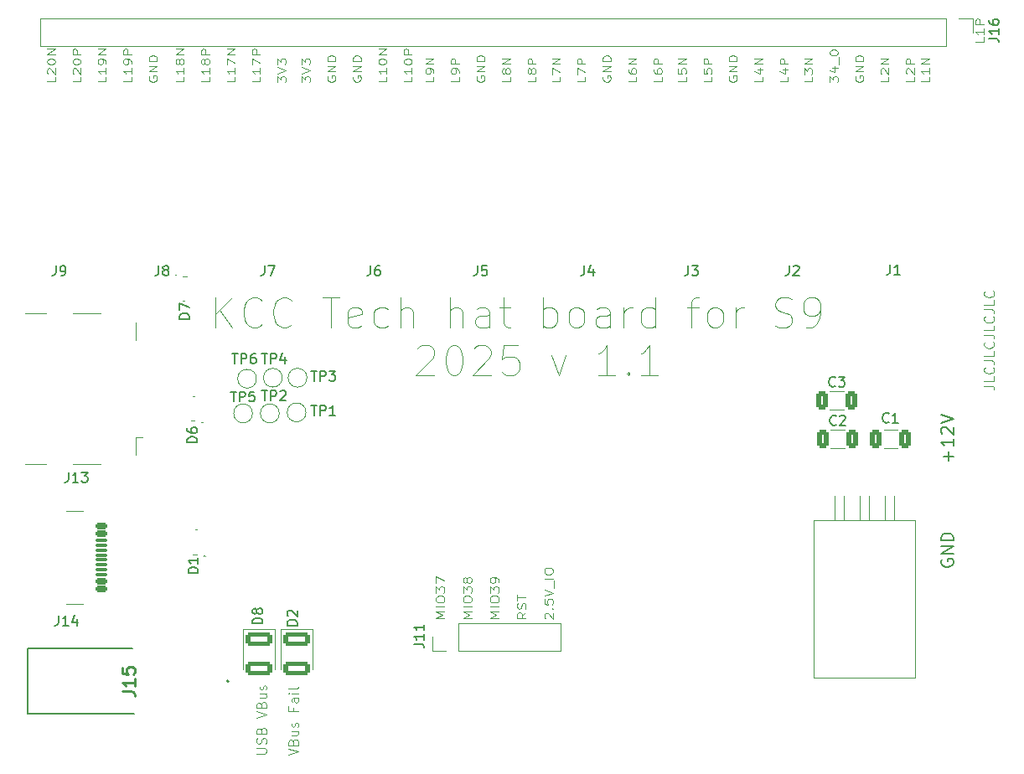
<source format=gbr>
%TF.GenerationSoftware,KiCad,Pcbnew,9.0.4*%
%TF.CreationDate,2025-10-14T22:23:38+02:00*%
%TF.ProjectId,Antminer_hat_PCB,416e746d-696e-4657-925f-6861745f5043,rev?*%
%TF.SameCoordinates,Original*%
%TF.FileFunction,Legend,Top*%
%TF.FilePolarity,Positive*%
%FSLAX46Y46*%
G04 Gerber Fmt 4.6, Leading zero omitted, Abs format (unit mm)*
G04 Created by KiCad (PCBNEW 9.0.4) date 2025-10-14 22:23:38*
%MOMM*%
%LPD*%
G01*
G04 APERTURE LIST*
G04 Aperture macros list*
%AMRoundRect*
0 Rectangle with rounded corners*
0 $1 Rounding radius*
0 $2 $3 $4 $5 $6 $7 $8 $9 X,Y pos of 4 corners*
0 Add a 4 corners polygon primitive as box body*
4,1,4,$2,$3,$4,$5,$6,$7,$8,$9,$2,$3,0*
0 Add four circle primitives for the rounded corners*
1,1,$1+$1,$2,$3*
1,1,$1+$1,$4,$5*
1,1,$1+$1,$6,$7*
1,1,$1+$1,$8,$9*
0 Add four rect primitives between the rounded corners*
20,1,$1+$1,$2,$3,$4,$5,0*
20,1,$1+$1,$4,$5,$6,$7,0*
20,1,$1+$1,$6,$7,$8,$9,0*
20,1,$1+$1,$8,$9,$2,$3,0*%
G04 Aperture macros list end*
%ADD10C,0.100000*%
%ADD11C,0.158750*%
%ADD12C,0.150000*%
%ADD13C,0.254000*%
%ADD14C,0.120000*%
%ADD15C,0.200000*%
%ADD16RoundRect,0.250001X-1.074999X0.462499X-1.074999X-0.462499X1.074999X-0.462499X1.074999X0.462499X0*%
%ADD17C,0.650000*%
%ADD18RoundRect,0.150000X-0.425000X0.150000X-0.425000X-0.150000X0.425000X-0.150000X0.425000X0.150000X0*%
%ADD19RoundRect,0.075000X-0.500000X0.075000X-0.500000X-0.075000X0.500000X-0.075000X0.500000X0.075000X0*%
%ADD20O,2.100000X1.000000*%
%ADD21O,1.800000X1.000000*%
%ADD22R,1.700000X1.700000*%
%ADD23C,1.700000*%
%ADD24C,1.420000*%
%ADD25C,2.050000*%
%ADD26C,1.500000*%
%ADD27R,2.600000X0.300000*%
%ADD28O,3.300000X1.500000*%
%ADD29O,2.300000X1.500000*%
%ADD30R,0.675000X0.200000*%
%ADD31R,1.550000X0.400000*%
%ADD32RoundRect,0.250000X-0.325000X-0.650000X0.325000X-0.650000X0.325000X0.650000X-0.325000X0.650000X0*%
%ADD33C,3.500000*%
%ADD34R,1.905000X2.000000*%
%ADD35O,1.905000X2.000000*%
%ADD36RoundRect,0.250000X0.325000X0.650000X-0.325000X0.650000X-0.325000X-0.650000X0.325000X-0.650000X0*%
%ADD37R,1.350000X1.350000*%
%ADD38C,1.350000*%
%ADD39C,7.000000*%
G04 APERTURE END LIST*
D10*
X79093255Y-48469925D02*
X79093255Y-48946115D01*
X79093255Y-48946115D02*
X78293255Y-48946115D01*
X78293255Y-48231829D02*
X78293255Y-47565163D01*
X78293255Y-47565163D02*
X79093255Y-47993734D01*
X79093255Y-47184210D02*
X78293255Y-47184210D01*
X78293255Y-47184210D02*
X79093255Y-46612782D01*
X79093255Y-46612782D02*
X78293255Y-46612782D01*
X81669165Y-48469925D02*
X81669165Y-48946115D01*
X81669165Y-48946115D02*
X80869165Y-48946115D01*
X80869165Y-48231829D02*
X80869165Y-47565163D01*
X80869165Y-47565163D02*
X81669165Y-47993734D01*
X81669165Y-47184210D02*
X80869165Y-47184210D01*
X80869165Y-47184210D02*
X80869165Y-46803258D01*
X80869165Y-46803258D02*
X80907260Y-46708020D01*
X80907260Y-46708020D02*
X80945355Y-46660401D01*
X80945355Y-46660401D02*
X81021546Y-46612782D01*
X81021546Y-46612782D02*
X81135831Y-46612782D01*
X81135831Y-46612782D02*
X81212022Y-46660401D01*
X81212022Y-46660401D02*
X81250117Y-46708020D01*
X81250117Y-46708020D02*
X81288212Y-46803258D01*
X81288212Y-46803258D02*
X81288212Y-47184210D01*
X83483170Y-48422306D02*
X83445075Y-48517544D01*
X83445075Y-48517544D02*
X83445075Y-48660401D01*
X83445075Y-48660401D02*
X83483170Y-48803258D01*
X83483170Y-48803258D02*
X83559360Y-48898496D01*
X83559360Y-48898496D02*
X83635551Y-48946115D01*
X83635551Y-48946115D02*
X83787932Y-48993734D01*
X83787932Y-48993734D02*
X83902218Y-48993734D01*
X83902218Y-48993734D02*
X84054599Y-48946115D01*
X84054599Y-48946115D02*
X84130789Y-48898496D01*
X84130789Y-48898496D02*
X84206980Y-48803258D01*
X84206980Y-48803258D02*
X84245075Y-48660401D01*
X84245075Y-48660401D02*
X84245075Y-48565163D01*
X84245075Y-48565163D02*
X84206980Y-48422306D01*
X84206980Y-48422306D02*
X84168884Y-48374687D01*
X84168884Y-48374687D02*
X83902218Y-48374687D01*
X83902218Y-48374687D02*
X83902218Y-48565163D01*
X84245075Y-47946115D02*
X83445075Y-47946115D01*
X83445075Y-47946115D02*
X84245075Y-47374687D01*
X84245075Y-47374687D02*
X83445075Y-47374687D01*
X84245075Y-46898496D02*
X83445075Y-46898496D01*
X83445075Y-46898496D02*
X83445075Y-46660401D01*
X83445075Y-46660401D02*
X83483170Y-46517544D01*
X83483170Y-46517544D02*
X83559360Y-46422306D01*
X83559360Y-46422306D02*
X83635551Y-46374687D01*
X83635551Y-46374687D02*
X83787932Y-46327068D01*
X83787932Y-46327068D02*
X83902218Y-46327068D01*
X83902218Y-46327068D02*
X84054599Y-46374687D01*
X84054599Y-46374687D02*
X84130789Y-46422306D01*
X84130789Y-46422306D02*
X84206980Y-46517544D01*
X84206980Y-46517544D02*
X84245075Y-46660401D01*
X84245075Y-46660401D02*
X84245075Y-46898496D01*
X86820985Y-48469925D02*
X86820985Y-48946115D01*
X86820985Y-48946115D02*
X86020985Y-48946115D01*
X86020985Y-47708020D02*
X86020985Y-47898496D01*
X86020985Y-47898496D02*
X86059080Y-47993734D01*
X86059080Y-47993734D02*
X86097175Y-48041353D01*
X86097175Y-48041353D02*
X86211461Y-48136591D01*
X86211461Y-48136591D02*
X86363842Y-48184210D01*
X86363842Y-48184210D02*
X86668604Y-48184210D01*
X86668604Y-48184210D02*
X86744794Y-48136591D01*
X86744794Y-48136591D02*
X86782890Y-48088972D01*
X86782890Y-48088972D02*
X86820985Y-47993734D01*
X86820985Y-47993734D02*
X86820985Y-47803258D01*
X86820985Y-47803258D02*
X86782890Y-47708020D01*
X86782890Y-47708020D02*
X86744794Y-47660401D01*
X86744794Y-47660401D02*
X86668604Y-47612782D01*
X86668604Y-47612782D02*
X86478128Y-47612782D01*
X86478128Y-47612782D02*
X86401937Y-47660401D01*
X86401937Y-47660401D02*
X86363842Y-47708020D01*
X86363842Y-47708020D02*
X86325747Y-47803258D01*
X86325747Y-47803258D02*
X86325747Y-47993734D01*
X86325747Y-47993734D02*
X86363842Y-48088972D01*
X86363842Y-48088972D02*
X86401937Y-48136591D01*
X86401937Y-48136591D02*
X86478128Y-48184210D01*
X86820985Y-47184210D02*
X86020985Y-47184210D01*
X86020985Y-47184210D02*
X86820985Y-46612782D01*
X86820985Y-46612782D02*
X86020985Y-46612782D01*
X89396895Y-48469925D02*
X89396895Y-48946115D01*
X89396895Y-48946115D02*
X88596895Y-48946115D01*
X88596895Y-47708020D02*
X88596895Y-47898496D01*
X88596895Y-47898496D02*
X88634990Y-47993734D01*
X88634990Y-47993734D02*
X88673085Y-48041353D01*
X88673085Y-48041353D02*
X88787371Y-48136591D01*
X88787371Y-48136591D02*
X88939752Y-48184210D01*
X88939752Y-48184210D02*
X89244514Y-48184210D01*
X89244514Y-48184210D02*
X89320704Y-48136591D01*
X89320704Y-48136591D02*
X89358800Y-48088972D01*
X89358800Y-48088972D02*
X89396895Y-47993734D01*
X89396895Y-47993734D02*
X89396895Y-47803258D01*
X89396895Y-47803258D02*
X89358800Y-47708020D01*
X89358800Y-47708020D02*
X89320704Y-47660401D01*
X89320704Y-47660401D02*
X89244514Y-47612782D01*
X89244514Y-47612782D02*
X89054038Y-47612782D01*
X89054038Y-47612782D02*
X88977847Y-47660401D01*
X88977847Y-47660401D02*
X88939752Y-47708020D01*
X88939752Y-47708020D02*
X88901657Y-47803258D01*
X88901657Y-47803258D02*
X88901657Y-47993734D01*
X88901657Y-47993734D02*
X88939752Y-48088972D01*
X88939752Y-48088972D02*
X88977847Y-48136591D01*
X88977847Y-48136591D02*
X89054038Y-48184210D01*
X89396895Y-47184210D02*
X88596895Y-47184210D01*
X88596895Y-47184210D02*
X88596895Y-46803258D01*
X88596895Y-46803258D02*
X88634990Y-46708020D01*
X88634990Y-46708020D02*
X88673085Y-46660401D01*
X88673085Y-46660401D02*
X88749276Y-46612782D01*
X88749276Y-46612782D02*
X88863561Y-46612782D01*
X88863561Y-46612782D02*
X88939752Y-46660401D01*
X88939752Y-46660401D02*
X88977847Y-46708020D01*
X88977847Y-46708020D02*
X89015942Y-46803258D01*
X89015942Y-46803258D02*
X89015942Y-47184210D01*
X121972419Y-79710401D02*
X122686704Y-79710401D01*
X122686704Y-79710401D02*
X122829561Y-79758020D01*
X122829561Y-79758020D02*
X122924800Y-79853258D01*
X122924800Y-79853258D02*
X122972419Y-79996115D01*
X122972419Y-79996115D02*
X122972419Y-80091353D01*
X122972419Y-78758020D02*
X122972419Y-79234210D01*
X122972419Y-79234210D02*
X121972419Y-79234210D01*
X122877180Y-77853258D02*
X122924800Y-77900877D01*
X122924800Y-77900877D02*
X122972419Y-78043734D01*
X122972419Y-78043734D02*
X122972419Y-78138972D01*
X122972419Y-78138972D02*
X122924800Y-78281829D01*
X122924800Y-78281829D02*
X122829561Y-78377067D01*
X122829561Y-78377067D02*
X122734323Y-78424686D01*
X122734323Y-78424686D02*
X122543847Y-78472305D01*
X122543847Y-78472305D02*
X122400990Y-78472305D01*
X122400990Y-78472305D02*
X122210514Y-78424686D01*
X122210514Y-78424686D02*
X122115276Y-78377067D01*
X122115276Y-78377067D02*
X122020038Y-78281829D01*
X122020038Y-78281829D02*
X121972419Y-78138972D01*
X121972419Y-78138972D02*
X121972419Y-78043734D01*
X121972419Y-78043734D02*
X122020038Y-77900877D01*
X122020038Y-77900877D02*
X122067657Y-77853258D01*
X121972419Y-77138972D02*
X122686704Y-77138972D01*
X122686704Y-77138972D02*
X122829561Y-77186591D01*
X122829561Y-77186591D02*
X122924800Y-77281829D01*
X122924800Y-77281829D02*
X122972419Y-77424686D01*
X122972419Y-77424686D02*
X122972419Y-77519924D01*
X122972419Y-76186591D02*
X122972419Y-76662781D01*
X122972419Y-76662781D02*
X121972419Y-76662781D01*
X122877180Y-75281829D02*
X122924800Y-75329448D01*
X122924800Y-75329448D02*
X122972419Y-75472305D01*
X122972419Y-75472305D02*
X122972419Y-75567543D01*
X122972419Y-75567543D02*
X122924800Y-75710400D01*
X122924800Y-75710400D02*
X122829561Y-75805638D01*
X122829561Y-75805638D02*
X122734323Y-75853257D01*
X122734323Y-75853257D02*
X122543847Y-75900876D01*
X122543847Y-75900876D02*
X122400990Y-75900876D01*
X122400990Y-75900876D02*
X122210514Y-75853257D01*
X122210514Y-75853257D02*
X122115276Y-75805638D01*
X122115276Y-75805638D02*
X122020038Y-75710400D01*
X122020038Y-75710400D02*
X121972419Y-75567543D01*
X121972419Y-75567543D02*
X121972419Y-75472305D01*
X121972419Y-75472305D02*
X122020038Y-75329448D01*
X122020038Y-75329448D02*
X122067657Y-75281829D01*
X121972419Y-74567543D02*
X122686704Y-74567543D01*
X122686704Y-74567543D02*
X122829561Y-74615162D01*
X122829561Y-74615162D02*
X122924800Y-74710400D01*
X122924800Y-74710400D02*
X122972419Y-74853257D01*
X122972419Y-74853257D02*
X122972419Y-74948495D01*
X122972419Y-73615162D02*
X122972419Y-74091352D01*
X122972419Y-74091352D02*
X121972419Y-74091352D01*
X122877180Y-72710400D02*
X122924800Y-72758019D01*
X122924800Y-72758019D02*
X122972419Y-72900876D01*
X122972419Y-72900876D02*
X122972419Y-72996114D01*
X122972419Y-72996114D02*
X122924800Y-73138971D01*
X122924800Y-73138971D02*
X122829561Y-73234209D01*
X122829561Y-73234209D02*
X122734323Y-73281828D01*
X122734323Y-73281828D02*
X122543847Y-73329447D01*
X122543847Y-73329447D02*
X122400990Y-73329447D01*
X122400990Y-73329447D02*
X122210514Y-73281828D01*
X122210514Y-73281828D02*
X122115276Y-73234209D01*
X122115276Y-73234209D02*
X122020038Y-73138971D01*
X122020038Y-73138971D02*
X121972419Y-72996114D01*
X121972419Y-72996114D02*
X121972419Y-72900876D01*
X121972419Y-72900876D02*
X122020038Y-72758019D01*
X122020038Y-72758019D02*
X122067657Y-72710400D01*
X121972419Y-71996114D02*
X122686704Y-71996114D01*
X122686704Y-71996114D02*
X122829561Y-72043733D01*
X122829561Y-72043733D02*
X122924800Y-72138971D01*
X122924800Y-72138971D02*
X122972419Y-72281828D01*
X122972419Y-72281828D02*
X122972419Y-72377066D01*
X122972419Y-71043733D02*
X122972419Y-71519923D01*
X122972419Y-71519923D02*
X121972419Y-71519923D01*
X122877180Y-70138971D02*
X122924800Y-70186590D01*
X122924800Y-70186590D02*
X122972419Y-70329447D01*
X122972419Y-70329447D02*
X122972419Y-70424685D01*
X122972419Y-70424685D02*
X122924800Y-70567542D01*
X122924800Y-70567542D02*
X122829561Y-70662780D01*
X122829561Y-70662780D02*
X122734323Y-70710399D01*
X122734323Y-70710399D02*
X122543847Y-70758018D01*
X122543847Y-70758018D02*
X122400990Y-70758018D01*
X122400990Y-70758018D02*
X122210514Y-70710399D01*
X122210514Y-70710399D02*
X122115276Y-70662780D01*
X122115276Y-70662780D02*
X122020038Y-70567542D01*
X122020038Y-70567542D02*
X121972419Y-70424685D01*
X121972419Y-70424685D02*
X121972419Y-70329447D01*
X121972419Y-70329447D02*
X122020038Y-70186590D01*
X122020038Y-70186590D02*
X122067657Y-70138971D01*
X53043255Y-49041353D02*
X53043255Y-48422306D01*
X53043255Y-48422306D02*
X53348017Y-48755639D01*
X53348017Y-48755639D02*
X53348017Y-48612782D01*
X53348017Y-48612782D02*
X53386112Y-48517544D01*
X53386112Y-48517544D02*
X53424207Y-48469925D01*
X53424207Y-48469925D02*
X53500398Y-48422306D01*
X53500398Y-48422306D02*
X53690874Y-48422306D01*
X53690874Y-48422306D02*
X53767064Y-48469925D01*
X53767064Y-48469925D02*
X53805160Y-48517544D01*
X53805160Y-48517544D02*
X53843255Y-48612782D01*
X53843255Y-48612782D02*
X53843255Y-48898496D01*
X53843255Y-48898496D02*
X53805160Y-48993734D01*
X53805160Y-48993734D02*
X53767064Y-49041353D01*
X53043255Y-48136591D02*
X53843255Y-47803258D01*
X53843255Y-47803258D02*
X53043255Y-47469925D01*
X53043255Y-47231829D02*
X53043255Y-46612782D01*
X53043255Y-46612782D02*
X53348017Y-46946115D01*
X53348017Y-46946115D02*
X53348017Y-46803258D01*
X53348017Y-46803258D02*
X53386112Y-46708020D01*
X53386112Y-46708020D02*
X53424207Y-46660401D01*
X53424207Y-46660401D02*
X53500398Y-46612782D01*
X53500398Y-46612782D02*
X53690874Y-46612782D01*
X53690874Y-46612782D02*
X53767064Y-46660401D01*
X53767064Y-46660401D02*
X53805160Y-46708020D01*
X53805160Y-46708020D02*
X53843255Y-46803258D01*
X53843255Y-46803258D02*
X53843255Y-47088972D01*
X53843255Y-47088972D02*
X53805160Y-47184210D01*
X53805160Y-47184210D02*
X53767064Y-47231829D01*
X55657260Y-48422306D02*
X55619165Y-48517544D01*
X55619165Y-48517544D02*
X55619165Y-48660401D01*
X55619165Y-48660401D02*
X55657260Y-48803258D01*
X55657260Y-48803258D02*
X55733450Y-48898496D01*
X55733450Y-48898496D02*
X55809641Y-48946115D01*
X55809641Y-48946115D02*
X55962022Y-48993734D01*
X55962022Y-48993734D02*
X56076308Y-48993734D01*
X56076308Y-48993734D02*
X56228689Y-48946115D01*
X56228689Y-48946115D02*
X56304879Y-48898496D01*
X56304879Y-48898496D02*
X56381070Y-48803258D01*
X56381070Y-48803258D02*
X56419165Y-48660401D01*
X56419165Y-48660401D02*
X56419165Y-48565163D01*
X56419165Y-48565163D02*
X56381070Y-48422306D01*
X56381070Y-48422306D02*
X56342974Y-48374687D01*
X56342974Y-48374687D02*
X56076308Y-48374687D01*
X56076308Y-48374687D02*
X56076308Y-48565163D01*
X56419165Y-47946115D02*
X55619165Y-47946115D01*
X55619165Y-47946115D02*
X56419165Y-47374687D01*
X56419165Y-47374687D02*
X55619165Y-47374687D01*
X56419165Y-46898496D02*
X55619165Y-46898496D01*
X55619165Y-46898496D02*
X55619165Y-46660401D01*
X55619165Y-46660401D02*
X55657260Y-46517544D01*
X55657260Y-46517544D02*
X55733450Y-46422306D01*
X55733450Y-46422306D02*
X55809641Y-46374687D01*
X55809641Y-46374687D02*
X55962022Y-46327068D01*
X55962022Y-46327068D02*
X56076308Y-46327068D01*
X56076308Y-46327068D02*
X56228689Y-46374687D01*
X56228689Y-46374687D02*
X56304879Y-46422306D01*
X56304879Y-46422306D02*
X56381070Y-46517544D01*
X56381070Y-46517544D02*
X56419165Y-46660401D01*
X56419165Y-46660401D02*
X56419165Y-46898496D01*
X58233170Y-48422306D02*
X58195075Y-48517544D01*
X58195075Y-48517544D02*
X58195075Y-48660401D01*
X58195075Y-48660401D02*
X58233170Y-48803258D01*
X58233170Y-48803258D02*
X58309360Y-48898496D01*
X58309360Y-48898496D02*
X58385551Y-48946115D01*
X58385551Y-48946115D02*
X58537932Y-48993734D01*
X58537932Y-48993734D02*
X58652218Y-48993734D01*
X58652218Y-48993734D02*
X58804599Y-48946115D01*
X58804599Y-48946115D02*
X58880789Y-48898496D01*
X58880789Y-48898496D02*
X58956980Y-48803258D01*
X58956980Y-48803258D02*
X58995075Y-48660401D01*
X58995075Y-48660401D02*
X58995075Y-48565163D01*
X58995075Y-48565163D02*
X58956980Y-48422306D01*
X58956980Y-48422306D02*
X58918884Y-48374687D01*
X58918884Y-48374687D02*
X58652218Y-48374687D01*
X58652218Y-48374687D02*
X58652218Y-48565163D01*
X58995075Y-47946115D02*
X58195075Y-47946115D01*
X58195075Y-47946115D02*
X58995075Y-47374687D01*
X58995075Y-47374687D02*
X58195075Y-47374687D01*
X58995075Y-46898496D02*
X58195075Y-46898496D01*
X58195075Y-46898496D02*
X58195075Y-46660401D01*
X58195075Y-46660401D02*
X58233170Y-46517544D01*
X58233170Y-46517544D02*
X58309360Y-46422306D01*
X58309360Y-46422306D02*
X58385551Y-46374687D01*
X58385551Y-46374687D02*
X58537932Y-46327068D01*
X58537932Y-46327068D02*
X58652218Y-46327068D01*
X58652218Y-46327068D02*
X58804599Y-46374687D01*
X58804599Y-46374687D02*
X58880789Y-46422306D01*
X58880789Y-46422306D02*
X58956980Y-46517544D01*
X58956980Y-46517544D02*
X58995075Y-46660401D01*
X58995075Y-46660401D02*
X58995075Y-46898496D01*
X61570985Y-48469925D02*
X61570985Y-48946115D01*
X61570985Y-48946115D02*
X60770985Y-48946115D01*
X61570985Y-47612782D02*
X61570985Y-48184210D01*
X61570985Y-47898496D02*
X60770985Y-47898496D01*
X60770985Y-47898496D02*
X60885270Y-47993734D01*
X60885270Y-47993734D02*
X60961461Y-48088972D01*
X60961461Y-48088972D02*
X60999556Y-48184210D01*
X60770985Y-46993734D02*
X60770985Y-46898496D01*
X60770985Y-46898496D02*
X60809080Y-46803258D01*
X60809080Y-46803258D02*
X60847175Y-46755639D01*
X60847175Y-46755639D02*
X60923366Y-46708020D01*
X60923366Y-46708020D02*
X61075747Y-46660401D01*
X61075747Y-46660401D02*
X61266223Y-46660401D01*
X61266223Y-46660401D02*
X61418604Y-46708020D01*
X61418604Y-46708020D02*
X61494794Y-46755639D01*
X61494794Y-46755639D02*
X61532890Y-46803258D01*
X61532890Y-46803258D02*
X61570985Y-46898496D01*
X61570985Y-46898496D02*
X61570985Y-46993734D01*
X61570985Y-46993734D02*
X61532890Y-47088972D01*
X61532890Y-47088972D02*
X61494794Y-47136591D01*
X61494794Y-47136591D02*
X61418604Y-47184210D01*
X61418604Y-47184210D02*
X61266223Y-47231829D01*
X61266223Y-47231829D02*
X61075747Y-47231829D01*
X61075747Y-47231829D02*
X60923366Y-47184210D01*
X60923366Y-47184210D02*
X60847175Y-47136591D01*
X60847175Y-47136591D02*
X60809080Y-47088972D01*
X60809080Y-47088972D02*
X60770985Y-46993734D01*
X61570985Y-46231829D02*
X60770985Y-46231829D01*
X60770985Y-46231829D02*
X61570985Y-45660401D01*
X61570985Y-45660401D02*
X60770985Y-45660401D01*
X64146895Y-48469925D02*
X64146895Y-48946115D01*
X64146895Y-48946115D02*
X63346895Y-48946115D01*
X64146895Y-47612782D02*
X64146895Y-48184210D01*
X64146895Y-47898496D02*
X63346895Y-47898496D01*
X63346895Y-47898496D02*
X63461180Y-47993734D01*
X63461180Y-47993734D02*
X63537371Y-48088972D01*
X63537371Y-48088972D02*
X63575466Y-48184210D01*
X63346895Y-46993734D02*
X63346895Y-46898496D01*
X63346895Y-46898496D02*
X63384990Y-46803258D01*
X63384990Y-46803258D02*
X63423085Y-46755639D01*
X63423085Y-46755639D02*
X63499276Y-46708020D01*
X63499276Y-46708020D02*
X63651657Y-46660401D01*
X63651657Y-46660401D02*
X63842133Y-46660401D01*
X63842133Y-46660401D02*
X63994514Y-46708020D01*
X63994514Y-46708020D02*
X64070704Y-46755639D01*
X64070704Y-46755639D02*
X64108800Y-46803258D01*
X64108800Y-46803258D02*
X64146895Y-46898496D01*
X64146895Y-46898496D02*
X64146895Y-46993734D01*
X64146895Y-46993734D02*
X64108800Y-47088972D01*
X64108800Y-47088972D02*
X64070704Y-47136591D01*
X64070704Y-47136591D02*
X63994514Y-47184210D01*
X63994514Y-47184210D02*
X63842133Y-47231829D01*
X63842133Y-47231829D02*
X63651657Y-47231829D01*
X63651657Y-47231829D02*
X63499276Y-47184210D01*
X63499276Y-47184210D02*
X63423085Y-47136591D01*
X63423085Y-47136591D02*
X63384990Y-47088972D01*
X63384990Y-47088972D02*
X63346895Y-46993734D01*
X64146895Y-46231829D02*
X63346895Y-46231829D01*
X63346895Y-46231829D02*
X63346895Y-45850877D01*
X63346895Y-45850877D02*
X63384990Y-45755639D01*
X63384990Y-45755639D02*
X63423085Y-45708020D01*
X63423085Y-45708020D02*
X63499276Y-45660401D01*
X63499276Y-45660401D02*
X63613561Y-45660401D01*
X63613561Y-45660401D02*
X63689752Y-45708020D01*
X63689752Y-45708020D02*
X63727847Y-45755639D01*
X63727847Y-45755639D02*
X63765942Y-45850877D01*
X63765942Y-45850877D02*
X63765942Y-46231829D01*
D11*
X117669747Y-97294284D02*
X117609271Y-97415237D01*
X117609271Y-97415237D02*
X117609271Y-97596665D01*
X117609271Y-97596665D02*
X117669747Y-97778094D01*
X117669747Y-97778094D02*
X117790699Y-97899046D01*
X117790699Y-97899046D02*
X117911652Y-97959523D01*
X117911652Y-97959523D02*
X118153556Y-98019999D01*
X118153556Y-98019999D02*
X118334985Y-98019999D01*
X118334985Y-98019999D02*
X118576890Y-97959523D01*
X118576890Y-97959523D02*
X118697842Y-97899046D01*
X118697842Y-97899046D02*
X118818795Y-97778094D01*
X118818795Y-97778094D02*
X118879271Y-97596665D01*
X118879271Y-97596665D02*
X118879271Y-97475713D01*
X118879271Y-97475713D02*
X118818795Y-97294284D01*
X118818795Y-97294284D02*
X118758318Y-97233808D01*
X118758318Y-97233808D02*
X118334985Y-97233808D01*
X118334985Y-97233808D02*
X118334985Y-97475713D01*
X118879271Y-96689523D02*
X117609271Y-96689523D01*
X117609271Y-96689523D02*
X118879271Y-95963808D01*
X118879271Y-95963808D02*
X117609271Y-95963808D01*
X118879271Y-95359047D02*
X117609271Y-95359047D01*
X117609271Y-95359047D02*
X117609271Y-95056666D01*
X117609271Y-95056666D02*
X117669747Y-94875237D01*
X117669747Y-94875237D02*
X117790699Y-94754285D01*
X117790699Y-94754285D02*
X117911652Y-94693808D01*
X117911652Y-94693808D02*
X118153556Y-94633332D01*
X118153556Y-94633332D02*
X118334985Y-94633332D01*
X118334985Y-94633332D02*
X118576890Y-94693808D01*
X118576890Y-94693808D02*
X118697842Y-94754285D01*
X118697842Y-94754285D02*
X118818795Y-94875237D01*
X118818795Y-94875237D02*
X118879271Y-95056666D01*
X118879271Y-95056666D02*
X118879271Y-95359047D01*
X118395461Y-87315714D02*
X118395461Y-86348095D01*
X118879271Y-86831904D02*
X117911652Y-86831904D01*
X118879271Y-85078094D02*
X118879271Y-85803809D01*
X118879271Y-85440952D02*
X117609271Y-85440952D01*
X117609271Y-85440952D02*
X117790699Y-85561904D01*
X117790699Y-85561904D02*
X117911652Y-85682856D01*
X117911652Y-85682856D02*
X117972128Y-85803809D01*
X117730223Y-84594285D02*
X117669747Y-84533809D01*
X117669747Y-84533809D02*
X117609271Y-84412856D01*
X117609271Y-84412856D02*
X117609271Y-84110475D01*
X117609271Y-84110475D02*
X117669747Y-83989523D01*
X117669747Y-83989523D02*
X117730223Y-83929047D01*
X117730223Y-83929047D02*
X117851175Y-83868570D01*
X117851175Y-83868570D02*
X117972128Y-83868570D01*
X117972128Y-83868570D02*
X118153556Y-83929047D01*
X118153556Y-83929047D02*
X118879271Y-84654761D01*
X118879271Y-84654761D02*
X118879271Y-83868570D01*
X117609271Y-83505713D02*
X118879271Y-83082380D01*
X118879271Y-83082380D02*
X117609271Y-82659046D01*
D10*
X104593255Y-48469925D02*
X104593255Y-48946115D01*
X104593255Y-48946115D02*
X103793255Y-48946115D01*
X103793255Y-48231829D02*
X103793255Y-47612782D01*
X103793255Y-47612782D02*
X104098017Y-47946115D01*
X104098017Y-47946115D02*
X104098017Y-47803258D01*
X104098017Y-47803258D02*
X104136112Y-47708020D01*
X104136112Y-47708020D02*
X104174207Y-47660401D01*
X104174207Y-47660401D02*
X104250398Y-47612782D01*
X104250398Y-47612782D02*
X104440874Y-47612782D01*
X104440874Y-47612782D02*
X104517064Y-47660401D01*
X104517064Y-47660401D02*
X104555160Y-47708020D01*
X104555160Y-47708020D02*
X104593255Y-47803258D01*
X104593255Y-47803258D02*
X104593255Y-48088972D01*
X104593255Y-48088972D02*
X104555160Y-48184210D01*
X104555160Y-48184210D02*
X104517064Y-48231829D01*
X104593255Y-47184210D02*
X103793255Y-47184210D01*
X103793255Y-47184210D02*
X104593255Y-46612782D01*
X104593255Y-46612782D02*
X103793255Y-46612782D01*
X106369165Y-49041353D02*
X106369165Y-48422306D01*
X106369165Y-48422306D02*
X106673927Y-48755639D01*
X106673927Y-48755639D02*
X106673927Y-48612782D01*
X106673927Y-48612782D02*
X106712022Y-48517544D01*
X106712022Y-48517544D02*
X106750117Y-48469925D01*
X106750117Y-48469925D02*
X106826308Y-48422306D01*
X106826308Y-48422306D02*
X107016784Y-48422306D01*
X107016784Y-48422306D02*
X107092974Y-48469925D01*
X107092974Y-48469925D02*
X107131070Y-48517544D01*
X107131070Y-48517544D02*
X107169165Y-48612782D01*
X107169165Y-48612782D02*
X107169165Y-48898496D01*
X107169165Y-48898496D02*
X107131070Y-48993734D01*
X107131070Y-48993734D02*
X107092974Y-49041353D01*
X106635831Y-47565163D02*
X107169165Y-47565163D01*
X106331070Y-47803258D02*
X106902498Y-48041353D01*
X106902498Y-48041353D02*
X106902498Y-47422306D01*
X107245355Y-47279449D02*
X107245355Y-46517544D01*
X106369165Y-46088972D02*
X106369165Y-45993734D01*
X106369165Y-45993734D02*
X106407260Y-45898496D01*
X106407260Y-45898496D02*
X106445355Y-45850877D01*
X106445355Y-45850877D02*
X106521546Y-45803258D01*
X106521546Y-45803258D02*
X106673927Y-45755639D01*
X106673927Y-45755639D02*
X106864403Y-45755639D01*
X106864403Y-45755639D02*
X107016784Y-45803258D01*
X107016784Y-45803258D02*
X107092974Y-45850877D01*
X107092974Y-45850877D02*
X107131070Y-45898496D01*
X107131070Y-45898496D02*
X107169165Y-45993734D01*
X107169165Y-45993734D02*
X107169165Y-46088972D01*
X107169165Y-46088972D02*
X107131070Y-46184210D01*
X107131070Y-46184210D02*
X107092974Y-46231829D01*
X107092974Y-46231829D02*
X107016784Y-46279448D01*
X107016784Y-46279448D02*
X106864403Y-46327067D01*
X106864403Y-46327067D02*
X106673927Y-46327067D01*
X106673927Y-46327067D02*
X106521546Y-46279448D01*
X106521546Y-46279448D02*
X106445355Y-46231829D01*
X106445355Y-46231829D02*
X106407260Y-46184210D01*
X106407260Y-46184210D02*
X106369165Y-46088972D01*
X108983170Y-48422306D02*
X108945075Y-48517544D01*
X108945075Y-48517544D02*
X108945075Y-48660401D01*
X108945075Y-48660401D02*
X108983170Y-48803258D01*
X108983170Y-48803258D02*
X109059360Y-48898496D01*
X109059360Y-48898496D02*
X109135551Y-48946115D01*
X109135551Y-48946115D02*
X109287932Y-48993734D01*
X109287932Y-48993734D02*
X109402218Y-48993734D01*
X109402218Y-48993734D02*
X109554599Y-48946115D01*
X109554599Y-48946115D02*
X109630789Y-48898496D01*
X109630789Y-48898496D02*
X109706980Y-48803258D01*
X109706980Y-48803258D02*
X109745075Y-48660401D01*
X109745075Y-48660401D02*
X109745075Y-48565163D01*
X109745075Y-48565163D02*
X109706980Y-48422306D01*
X109706980Y-48422306D02*
X109668884Y-48374687D01*
X109668884Y-48374687D02*
X109402218Y-48374687D01*
X109402218Y-48374687D02*
X109402218Y-48565163D01*
X109745075Y-47946115D02*
X108945075Y-47946115D01*
X108945075Y-47946115D02*
X109745075Y-47374687D01*
X109745075Y-47374687D02*
X108945075Y-47374687D01*
X109745075Y-46898496D02*
X108945075Y-46898496D01*
X108945075Y-46898496D02*
X108945075Y-46660401D01*
X108945075Y-46660401D02*
X108983170Y-46517544D01*
X108983170Y-46517544D02*
X109059360Y-46422306D01*
X109059360Y-46422306D02*
X109135551Y-46374687D01*
X109135551Y-46374687D02*
X109287932Y-46327068D01*
X109287932Y-46327068D02*
X109402218Y-46327068D01*
X109402218Y-46327068D02*
X109554599Y-46374687D01*
X109554599Y-46374687D02*
X109630789Y-46422306D01*
X109630789Y-46422306D02*
X109706980Y-46517544D01*
X109706980Y-46517544D02*
X109745075Y-46660401D01*
X109745075Y-46660401D02*
X109745075Y-46898496D01*
X112320985Y-48469925D02*
X112320985Y-48946115D01*
X112320985Y-48946115D02*
X111520985Y-48946115D01*
X111597175Y-48184210D02*
X111559080Y-48136591D01*
X111559080Y-48136591D02*
X111520985Y-48041353D01*
X111520985Y-48041353D02*
X111520985Y-47803258D01*
X111520985Y-47803258D02*
X111559080Y-47708020D01*
X111559080Y-47708020D02*
X111597175Y-47660401D01*
X111597175Y-47660401D02*
X111673366Y-47612782D01*
X111673366Y-47612782D02*
X111749556Y-47612782D01*
X111749556Y-47612782D02*
X111863842Y-47660401D01*
X111863842Y-47660401D02*
X112320985Y-48231829D01*
X112320985Y-48231829D02*
X112320985Y-47612782D01*
X112320985Y-47184210D02*
X111520985Y-47184210D01*
X111520985Y-47184210D02*
X112320985Y-46612782D01*
X112320985Y-46612782D02*
X111520985Y-46612782D01*
X114896895Y-48469925D02*
X114896895Y-48946115D01*
X114896895Y-48946115D02*
X114096895Y-48946115D01*
X114173085Y-48184210D02*
X114134990Y-48136591D01*
X114134990Y-48136591D02*
X114096895Y-48041353D01*
X114096895Y-48041353D02*
X114096895Y-47803258D01*
X114096895Y-47803258D02*
X114134990Y-47708020D01*
X114134990Y-47708020D02*
X114173085Y-47660401D01*
X114173085Y-47660401D02*
X114249276Y-47612782D01*
X114249276Y-47612782D02*
X114325466Y-47612782D01*
X114325466Y-47612782D02*
X114439752Y-47660401D01*
X114439752Y-47660401D02*
X114896895Y-48231829D01*
X114896895Y-48231829D02*
X114896895Y-47612782D01*
X114896895Y-47184210D02*
X114096895Y-47184210D01*
X114096895Y-47184210D02*
X114096895Y-46803258D01*
X114096895Y-46803258D02*
X114134990Y-46708020D01*
X114134990Y-46708020D02*
X114173085Y-46660401D01*
X114173085Y-46660401D02*
X114249276Y-46612782D01*
X114249276Y-46612782D02*
X114363561Y-46612782D01*
X114363561Y-46612782D02*
X114439752Y-46660401D01*
X114439752Y-46660401D02*
X114477847Y-46708020D01*
X114477847Y-46708020D02*
X114515942Y-46803258D01*
X114515942Y-46803258D02*
X114515942Y-47184210D01*
X121896895Y-44469925D02*
X121896895Y-44946115D01*
X121896895Y-44946115D02*
X121096895Y-44946115D01*
X121896895Y-43612782D02*
X121896895Y-44184210D01*
X121896895Y-43898496D02*
X121096895Y-43898496D01*
X121096895Y-43898496D02*
X121211180Y-43993734D01*
X121211180Y-43993734D02*
X121287371Y-44088972D01*
X121287371Y-44088972D02*
X121325466Y-44184210D01*
X121896895Y-43184210D02*
X121096895Y-43184210D01*
X121096895Y-43184210D02*
X121096895Y-42803258D01*
X121096895Y-42803258D02*
X121134990Y-42708020D01*
X121134990Y-42708020D02*
X121173085Y-42660401D01*
X121173085Y-42660401D02*
X121249276Y-42612782D01*
X121249276Y-42612782D02*
X121363561Y-42612782D01*
X121363561Y-42612782D02*
X121439752Y-42660401D01*
X121439752Y-42660401D02*
X121477847Y-42708020D01*
X121477847Y-42708020D02*
X121515942Y-42803258D01*
X121515942Y-42803258D02*
X121515942Y-43184210D01*
X48452531Y-116896115D02*
X49262054Y-116896115D01*
X49262054Y-116896115D02*
X49357292Y-116848496D01*
X49357292Y-116848496D02*
X49404912Y-116800877D01*
X49404912Y-116800877D02*
X49452531Y-116705639D01*
X49452531Y-116705639D02*
X49452531Y-116515163D01*
X49452531Y-116515163D02*
X49404912Y-116419925D01*
X49404912Y-116419925D02*
X49357292Y-116372306D01*
X49357292Y-116372306D02*
X49262054Y-116324687D01*
X49262054Y-116324687D02*
X48452531Y-116324687D01*
X49404912Y-115896115D02*
X49452531Y-115753258D01*
X49452531Y-115753258D02*
X49452531Y-115515163D01*
X49452531Y-115515163D02*
X49404912Y-115419925D01*
X49404912Y-115419925D02*
X49357292Y-115372306D01*
X49357292Y-115372306D02*
X49262054Y-115324687D01*
X49262054Y-115324687D02*
X49166816Y-115324687D01*
X49166816Y-115324687D02*
X49071578Y-115372306D01*
X49071578Y-115372306D02*
X49023959Y-115419925D01*
X49023959Y-115419925D02*
X48976340Y-115515163D01*
X48976340Y-115515163D02*
X48928721Y-115705639D01*
X48928721Y-115705639D02*
X48881102Y-115800877D01*
X48881102Y-115800877D02*
X48833483Y-115848496D01*
X48833483Y-115848496D02*
X48738245Y-115896115D01*
X48738245Y-115896115D02*
X48643007Y-115896115D01*
X48643007Y-115896115D02*
X48547769Y-115848496D01*
X48547769Y-115848496D02*
X48500150Y-115800877D01*
X48500150Y-115800877D02*
X48452531Y-115705639D01*
X48452531Y-115705639D02*
X48452531Y-115467544D01*
X48452531Y-115467544D02*
X48500150Y-115324687D01*
X48928721Y-114562782D02*
X48976340Y-114419925D01*
X48976340Y-114419925D02*
X49023959Y-114372306D01*
X49023959Y-114372306D02*
X49119197Y-114324687D01*
X49119197Y-114324687D02*
X49262054Y-114324687D01*
X49262054Y-114324687D02*
X49357292Y-114372306D01*
X49357292Y-114372306D02*
X49404912Y-114419925D01*
X49404912Y-114419925D02*
X49452531Y-114515163D01*
X49452531Y-114515163D02*
X49452531Y-114896115D01*
X49452531Y-114896115D02*
X48452531Y-114896115D01*
X48452531Y-114896115D02*
X48452531Y-114562782D01*
X48452531Y-114562782D02*
X48500150Y-114467544D01*
X48500150Y-114467544D02*
X48547769Y-114419925D01*
X48547769Y-114419925D02*
X48643007Y-114372306D01*
X48643007Y-114372306D02*
X48738245Y-114372306D01*
X48738245Y-114372306D02*
X48833483Y-114419925D01*
X48833483Y-114419925D02*
X48881102Y-114467544D01*
X48881102Y-114467544D02*
X48928721Y-114562782D01*
X48928721Y-114562782D02*
X48928721Y-114896115D01*
X48452531Y-113277067D02*
X49452531Y-112943734D01*
X49452531Y-112943734D02*
X48452531Y-112610401D01*
X48928721Y-111943734D02*
X48976340Y-111800877D01*
X48976340Y-111800877D02*
X49023959Y-111753258D01*
X49023959Y-111753258D02*
X49119197Y-111705639D01*
X49119197Y-111705639D02*
X49262054Y-111705639D01*
X49262054Y-111705639D02*
X49357292Y-111753258D01*
X49357292Y-111753258D02*
X49404912Y-111800877D01*
X49404912Y-111800877D02*
X49452531Y-111896115D01*
X49452531Y-111896115D02*
X49452531Y-112277067D01*
X49452531Y-112277067D02*
X48452531Y-112277067D01*
X48452531Y-112277067D02*
X48452531Y-111943734D01*
X48452531Y-111943734D02*
X48500150Y-111848496D01*
X48500150Y-111848496D02*
X48547769Y-111800877D01*
X48547769Y-111800877D02*
X48643007Y-111753258D01*
X48643007Y-111753258D02*
X48738245Y-111753258D01*
X48738245Y-111753258D02*
X48833483Y-111800877D01*
X48833483Y-111800877D02*
X48881102Y-111848496D01*
X48881102Y-111848496D02*
X48928721Y-111943734D01*
X48928721Y-111943734D02*
X48928721Y-112277067D01*
X48785864Y-110848496D02*
X49452531Y-110848496D01*
X48785864Y-111277067D02*
X49309673Y-111277067D01*
X49309673Y-111277067D02*
X49404912Y-111229448D01*
X49404912Y-111229448D02*
X49452531Y-111134210D01*
X49452531Y-111134210D02*
X49452531Y-110991353D01*
X49452531Y-110991353D02*
X49404912Y-110896115D01*
X49404912Y-110896115D02*
X49357292Y-110848496D01*
X49404912Y-110419924D02*
X49452531Y-110324686D01*
X49452531Y-110324686D02*
X49452531Y-110134210D01*
X49452531Y-110134210D02*
X49404912Y-110038972D01*
X49404912Y-110038972D02*
X49309673Y-109991353D01*
X49309673Y-109991353D02*
X49262054Y-109991353D01*
X49262054Y-109991353D02*
X49166816Y-110038972D01*
X49166816Y-110038972D02*
X49119197Y-110134210D01*
X49119197Y-110134210D02*
X49119197Y-110277067D01*
X49119197Y-110277067D02*
X49071578Y-110372305D01*
X49071578Y-110372305D02*
X48976340Y-110419924D01*
X48976340Y-110419924D02*
X48928721Y-110419924D01*
X48928721Y-110419924D02*
X48833483Y-110372305D01*
X48833483Y-110372305D02*
X48785864Y-110277067D01*
X48785864Y-110277067D02*
X48785864Y-110134210D01*
X48785864Y-110134210D02*
X48833483Y-110038972D01*
X51672419Y-117038972D02*
X52672419Y-116705639D01*
X52672419Y-116705639D02*
X51672419Y-116372306D01*
X52148609Y-115705639D02*
X52196228Y-115562782D01*
X52196228Y-115562782D02*
X52243847Y-115515163D01*
X52243847Y-115515163D02*
X52339085Y-115467544D01*
X52339085Y-115467544D02*
X52481942Y-115467544D01*
X52481942Y-115467544D02*
X52577180Y-115515163D01*
X52577180Y-115515163D02*
X52624800Y-115562782D01*
X52624800Y-115562782D02*
X52672419Y-115658020D01*
X52672419Y-115658020D02*
X52672419Y-116038972D01*
X52672419Y-116038972D02*
X51672419Y-116038972D01*
X51672419Y-116038972D02*
X51672419Y-115705639D01*
X51672419Y-115705639D02*
X51720038Y-115610401D01*
X51720038Y-115610401D02*
X51767657Y-115562782D01*
X51767657Y-115562782D02*
X51862895Y-115515163D01*
X51862895Y-115515163D02*
X51958133Y-115515163D01*
X51958133Y-115515163D02*
X52053371Y-115562782D01*
X52053371Y-115562782D02*
X52100990Y-115610401D01*
X52100990Y-115610401D02*
X52148609Y-115705639D01*
X52148609Y-115705639D02*
X52148609Y-116038972D01*
X52005752Y-114610401D02*
X52672419Y-114610401D01*
X52005752Y-115038972D02*
X52529561Y-115038972D01*
X52529561Y-115038972D02*
X52624800Y-114991353D01*
X52624800Y-114991353D02*
X52672419Y-114896115D01*
X52672419Y-114896115D02*
X52672419Y-114753258D01*
X52672419Y-114753258D02*
X52624800Y-114658020D01*
X52624800Y-114658020D02*
X52577180Y-114610401D01*
X52624800Y-114181829D02*
X52672419Y-114086591D01*
X52672419Y-114086591D02*
X52672419Y-113896115D01*
X52672419Y-113896115D02*
X52624800Y-113800877D01*
X52624800Y-113800877D02*
X52529561Y-113753258D01*
X52529561Y-113753258D02*
X52481942Y-113753258D01*
X52481942Y-113753258D02*
X52386704Y-113800877D01*
X52386704Y-113800877D02*
X52339085Y-113896115D01*
X52339085Y-113896115D02*
X52339085Y-114038972D01*
X52339085Y-114038972D02*
X52291466Y-114134210D01*
X52291466Y-114134210D02*
X52196228Y-114181829D01*
X52196228Y-114181829D02*
X52148609Y-114181829D01*
X52148609Y-114181829D02*
X52053371Y-114134210D01*
X52053371Y-114134210D02*
X52005752Y-114038972D01*
X52005752Y-114038972D02*
X52005752Y-113896115D01*
X52005752Y-113896115D02*
X52053371Y-113800877D01*
X52148609Y-112229448D02*
X52148609Y-112562781D01*
X52672419Y-112562781D02*
X51672419Y-112562781D01*
X51672419Y-112562781D02*
X51672419Y-112086591D01*
X52672419Y-111277067D02*
X52148609Y-111277067D01*
X52148609Y-111277067D02*
X52053371Y-111324686D01*
X52053371Y-111324686D02*
X52005752Y-111419924D01*
X52005752Y-111419924D02*
X52005752Y-111610400D01*
X52005752Y-111610400D02*
X52053371Y-111705638D01*
X52624800Y-111277067D02*
X52672419Y-111372305D01*
X52672419Y-111372305D02*
X52672419Y-111610400D01*
X52672419Y-111610400D02*
X52624800Y-111705638D01*
X52624800Y-111705638D02*
X52529561Y-111753257D01*
X52529561Y-111753257D02*
X52434323Y-111753257D01*
X52434323Y-111753257D02*
X52339085Y-111705638D01*
X52339085Y-111705638D02*
X52291466Y-111610400D01*
X52291466Y-111610400D02*
X52291466Y-111372305D01*
X52291466Y-111372305D02*
X52243847Y-111277067D01*
X52672419Y-110800876D02*
X52005752Y-110800876D01*
X51672419Y-110800876D02*
X51720038Y-110848495D01*
X51720038Y-110848495D02*
X51767657Y-110800876D01*
X51767657Y-110800876D02*
X51720038Y-110753257D01*
X51720038Y-110753257D02*
X51672419Y-110800876D01*
X51672419Y-110800876D02*
X51767657Y-110800876D01*
X52672419Y-110181829D02*
X52624800Y-110277067D01*
X52624800Y-110277067D02*
X52529561Y-110324686D01*
X52529561Y-110324686D02*
X51672419Y-110324686D01*
X41093255Y-48469925D02*
X41093255Y-48946115D01*
X41093255Y-48946115D02*
X40293255Y-48946115D01*
X41093255Y-47612782D02*
X41093255Y-48184210D01*
X41093255Y-47898496D02*
X40293255Y-47898496D01*
X40293255Y-47898496D02*
X40407540Y-47993734D01*
X40407540Y-47993734D02*
X40483731Y-48088972D01*
X40483731Y-48088972D02*
X40521826Y-48184210D01*
X40636112Y-47041353D02*
X40598017Y-47136591D01*
X40598017Y-47136591D02*
X40559921Y-47184210D01*
X40559921Y-47184210D02*
X40483731Y-47231829D01*
X40483731Y-47231829D02*
X40445636Y-47231829D01*
X40445636Y-47231829D02*
X40369445Y-47184210D01*
X40369445Y-47184210D02*
X40331350Y-47136591D01*
X40331350Y-47136591D02*
X40293255Y-47041353D01*
X40293255Y-47041353D02*
X40293255Y-46850877D01*
X40293255Y-46850877D02*
X40331350Y-46755639D01*
X40331350Y-46755639D02*
X40369445Y-46708020D01*
X40369445Y-46708020D02*
X40445636Y-46660401D01*
X40445636Y-46660401D02*
X40483731Y-46660401D01*
X40483731Y-46660401D02*
X40559921Y-46708020D01*
X40559921Y-46708020D02*
X40598017Y-46755639D01*
X40598017Y-46755639D02*
X40636112Y-46850877D01*
X40636112Y-46850877D02*
X40636112Y-47041353D01*
X40636112Y-47041353D02*
X40674207Y-47136591D01*
X40674207Y-47136591D02*
X40712302Y-47184210D01*
X40712302Y-47184210D02*
X40788493Y-47231829D01*
X40788493Y-47231829D02*
X40940874Y-47231829D01*
X40940874Y-47231829D02*
X41017064Y-47184210D01*
X41017064Y-47184210D02*
X41055160Y-47136591D01*
X41055160Y-47136591D02*
X41093255Y-47041353D01*
X41093255Y-47041353D02*
X41093255Y-46850877D01*
X41093255Y-46850877D02*
X41055160Y-46755639D01*
X41055160Y-46755639D02*
X41017064Y-46708020D01*
X41017064Y-46708020D02*
X40940874Y-46660401D01*
X40940874Y-46660401D02*
X40788493Y-46660401D01*
X40788493Y-46660401D02*
X40712302Y-46708020D01*
X40712302Y-46708020D02*
X40674207Y-46755639D01*
X40674207Y-46755639D02*
X40636112Y-46850877D01*
X41093255Y-46231829D02*
X40293255Y-46231829D01*
X40293255Y-46231829D02*
X41093255Y-45660401D01*
X41093255Y-45660401D02*
X40293255Y-45660401D01*
X43669165Y-48469925D02*
X43669165Y-48946115D01*
X43669165Y-48946115D02*
X42869165Y-48946115D01*
X43669165Y-47612782D02*
X43669165Y-48184210D01*
X43669165Y-47898496D02*
X42869165Y-47898496D01*
X42869165Y-47898496D02*
X42983450Y-47993734D01*
X42983450Y-47993734D02*
X43059641Y-48088972D01*
X43059641Y-48088972D02*
X43097736Y-48184210D01*
X43212022Y-47041353D02*
X43173927Y-47136591D01*
X43173927Y-47136591D02*
X43135831Y-47184210D01*
X43135831Y-47184210D02*
X43059641Y-47231829D01*
X43059641Y-47231829D02*
X43021546Y-47231829D01*
X43021546Y-47231829D02*
X42945355Y-47184210D01*
X42945355Y-47184210D02*
X42907260Y-47136591D01*
X42907260Y-47136591D02*
X42869165Y-47041353D01*
X42869165Y-47041353D02*
X42869165Y-46850877D01*
X42869165Y-46850877D02*
X42907260Y-46755639D01*
X42907260Y-46755639D02*
X42945355Y-46708020D01*
X42945355Y-46708020D02*
X43021546Y-46660401D01*
X43021546Y-46660401D02*
X43059641Y-46660401D01*
X43059641Y-46660401D02*
X43135831Y-46708020D01*
X43135831Y-46708020D02*
X43173927Y-46755639D01*
X43173927Y-46755639D02*
X43212022Y-46850877D01*
X43212022Y-46850877D02*
X43212022Y-47041353D01*
X43212022Y-47041353D02*
X43250117Y-47136591D01*
X43250117Y-47136591D02*
X43288212Y-47184210D01*
X43288212Y-47184210D02*
X43364403Y-47231829D01*
X43364403Y-47231829D02*
X43516784Y-47231829D01*
X43516784Y-47231829D02*
X43592974Y-47184210D01*
X43592974Y-47184210D02*
X43631070Y-47136591D01*
X43631070Y-47136591D02*
X43669165Y-47041353D01*
X43669165Y-47041353D02*
X43669165Y-46850877D01*
X43669165Y-46850877D02*
X43631070Y-46755639D01*
X43631070Y-46755639D02*
X43592974Y-46708020D01*
X43592974Y-46708020D02*
X43516784Y-46660401D01*
X43516784Y-46660401D02*
X43364403Y-46660401D01*
X43364403Y-46660401D02*
X43288212Y-46708020D01*
X43288212Y-46708020D02*
X43250117Y-46755639D01*
X43250117Y-46755639D02*
X43212022Y-46850877D01*
X43669165Y-46231829D02*
X42869165Y-46231829D01*
X42869165Y-46231829D02*
X42869165Y-45850877D01*
X42869165Y-45850877D02*
X42907260Y-45755639D01*
X42907260Y-45755639D02*
X42945355Y-45708020D01*
X42945355Y-45708020D02*
X43021546Y-45660401D01*
X43021546Y-45660401D02*
X43135831Y-45660401D01*
X43135831Y-45660401D02*
X43212022Y-45708020D01*
X43212022Y-45708020D02*
X43250117Y-45755639D01*
X43250117Y-45755639D02*
X43288212Y-45850877D01*
X43288212Y-45850877D02*
X43288212Y-46231829D01*
X46245075Y-48469925D02*
X46245075Y-48946115D01*
X46245075Y-48946115D02*
X45445075Y-48946115D01*
X46245075Y-47612782D02*
X46245075Y-48184210D01*
X46245075Y-47898496D02*
X45445075Y-47898496D01*
X45445075Y-47898496D02*
X45559360Y-47993734D01*
X45559360Y-47993734D02*
X45635551Y-48088972D01*
X45635551Y-48088972D02*
X45673646Y-48184210D01*
X45445075Y-47279448D02*
X45445075Y-46612782D01*
X45445075Y-46612782D02*
X46245075Y-47041353D01*
X46245075Y-46231829D02*
X45445075Y-46231829D01*
X45445075Y-46231829D02*
X46245075Y-45660401D01*
X46245075Y-45660401D02*
X45445075Y-45660401D01*
X48820985Y-48469925D02*
X48820985Y-48946115D01*
X48820985Y-48946115D02*
X48020985Y-48946115D01*
X48820985Y-47612782D02*
X48820985Y-48184210D01*
X48820985Y-47898496D02*
X48020985Y-47898496D01*
X48020985Y-47898496D02*
X48135270Y-47993734D01*
X48135270Y-47993734D02*
X48211461Y-48088972D01*
X48211461Y-48088972D02*
X48249556Y-48184210D01*
X48020985Y-47279448D02*
X48020985Y-46612782D01*
X48020985Y-46612782D02*
X48820985Y-47041353D01*
X48820985Y-46231829D02*
X48020985Y-46231829D01*
X48020985Y-46231829D02*
X48020985Y-45850877D01*
X48020985Y-45850877D02*
X48059080Y-45755639D01*
X48059080Y-45755639D02*
X48097175Y-45708020D01*
X48097175Y-45708020D02*
X48173366Y-45660401D01*
X48173366Y-45660401D02*
X48287651Y-45660401D01*
X48287651Y-45660401D02*
X48363842Y-45708020D01*
X48363842Y-45708020D02*
X48401937Y-45755639D01*
X48401937Y-45755639D02*
X48440032Y-45850877D01*
X48440032Y-45850877D02*
X48440032Y-46231829D01*
X50596895Y-49041353D02*
X50596895Y-48422306D01*
X50596895Y-48422306D02*
X50901657Y-48755639D01*
X50901657Y-48755639D02*
X50901657Y-48612782D01*
X50901657Y-48612782D02*
X50939752Y-48517544D01*
X50939752Y-48517544D02*
X50977847Y-48469925D01*
X50977847Y-48469925D02*
X51054038Y-48422306D01*
X51054038Y-48422306D02*
X51244514Y-48422306D01*
X51244514Y-48422306D02*
X51320704Y-48469925D01*
X51320704Y-48469925D02*
X51358800Y-48517544D01*
X51358800Y-48517544D02*
X51396895Y-48612782D01*
X51396895Y-48612782D02*
X51396895Y-48898496D01*
X51396895Y-48898496D02*
X51358800Y-48993734D01*
X51358800Y-48993734D02*
X51320704Y-49041353D01*
X50596895Y-48136591D02*
X51396895Y-47803258D01*
X51396895Y-47803258D02*
X50596895Y-47469925D01*
X50596895Y-47231829D02*
X50596895Y-46612782D01*
X50596895Y-46612782D02*
X50901657Y-46946115D01*
X50901657Y-46946115D02*
X50901657Y-46803258D01*
X50901657Y-46803258D02*
X50939752Y-46708020D01*
X50939752Y-46708020D02*
X50977847Y-46660401D01*
X50977847Y-46660401D02*
X51054038Y-46612782D01*
X51054038Y-46612782D02*
X51244514Y-46612782D01*
X51244514Y-46612782D02*
X51320704Y-46660401D01*
X51320704Y-46660401D02*
X51358800Y-46708020D01*
X51358800Y-46708020D02*
X51396895Y-46803258D01*
X51396895Y-46803258D02*
X51396895Y-47088972D01*
X51396895Y-47088972D02*
X51358800Y-47184210D01*
X51358800Y-47184210D02*
X51320704Y-47231829D01*
X66343255Y-48469925D02*
X66343255Y-48946115D01*
X66343255Y-48946115D02*
X65543255Y-48946115D01*
X66343255Y-48088972D02*
X66343255Y-47898496D01*
X66343255Y-47898496D02*
X66305160Y-47803258D01*
X66305160Y-47803258D02*
X66267064Y-47755639D01*
X66267064Y-47755639D02*
X66152779Y-47660401D01*
X66152779Y-47660401D02*
X66000398Y-47612782D01*
X66000398Y-47612782D02*
X65695636Y-47612782D01*
X65695636Y-47612782D02*
X65619445Y-47660401D01*
X65619445Y-47660401D02*
X65581350Y-47708020D01*
X65581350Y-47708020D02*
X65543255Y-47803258D01*
X65543255Y-47803258D02*
X65543255Y-47993734D01*
X65543255Y-47993734D02*
X65581350Y-48088972D01*
X65581350Y-48088972D02*
X65619445Y-48136591D01*
X65619445Y-48136591D02*
X65695636Y-48184210D01*
X65695636Y-48184210D02*
X65886112Y-48184210D01*
X65886112Y-48184210D02*
X65962302Y-48136591D01*
X65962302Y-48136591D02*
X66000398Y-48088972D01*
X66000398Y-48088972D02*
X66038493Y-47993734D01*
X66038493Y-47993734D02*
X66038493Y-47803258D01*
X66038493Y-47803258D02*
X66000398Y-47708020D01*
X66000398Y-47708020D02*
X65962302Y-47660401D01*
X65962302Y-47660401D02*
X65886112Y-47612782D01*
X66343255Y-47184210D02*
X65543255Y-47184210D01*
X65543255Y-47184210D02*
X66343255Y-46612782D01*
X66343255Y-46612782D02*
X65543255Y-46612782D01*
X68919165Y-48469925D02*
X68919165Y-48946115D01*
X68919165Y-48946115D02*
X68119165Y-48946115D01*
X68919165Y-48088972D02*
X68919165Y-47898496D01*
X68919165Y-47898496D02*
X68881070Y-47803258D01*
X68881070Y-47803258D02*
X68842974Y-47755639D01*
X68842974Y-47755639D02*
X68728689Y-47660401D01*
X68728689Y-47660401D02*
X68576308Y-47612782D01*
X68576308Y-47612782D02*
X68271546Y-47612782D01*
X68271546Y-47612782D02*
X68195355Y-47660401D01*
X68195355Y-47660401D02*
X68157260Y-47708020D01*
X68157260Y-47708020D02*
X68119165Y-47803258D01*
X68119165Y-47803258D02*
X68119165Y-47993734D01*
X68119165Y-47993734D02*
X68157260Y-48088972D01*
X68157260Y-48088972D02*
X68195355Y-48136591D01*
X68195355Y-48136591D02*
X68271546Y-48184210D01*
X68271546Y-48184210D02*
X68462022Y-48184210D01*
X68462022Y-48184210D02*
X68538212Y-48136591D01*
X68538212Y-48136591D02*
X68576308Y-48088972D01*
X68576308Y-48088972D02*
X68614403Y-47993734D01*
X68614403Y-47993734D02*
X68614403Y-47803258D01*
X68614403Y-47803258D02*
X68576308Y-47708020D01*
X68576308Y-47708020D02*
X68538212Y-47660401D01*
X68538212Y-47660401D02*
X68462022Y-47612782D01*
X68919165Y-47184210D02*
X68119165Y-47184210D01*
X68119165Y-47184210D02*
X68119165Y-46803258D01*
X68119165Y-46803258D02*
X68157260Y-46708020D01*
X68157260Y-46708020D02*
X68195355Y-46660401D01*
X68195355Y-46660401D02*
X68271546Y-46612782D01*
X68271546Y-46612782D02*
X68385831Y-46612782D01*
X68385831Y-46612782D02*
X68462022Y-46660401D01*
X68462022Y-46660401D02*
X68500117Y-46708020D01*
X68500117Y-46708020D02*
X68538212Y-46803258D01*
X68538212Y-46803258D02*
X68538212Y-47184210D01*
X70733170Y-48422306D02*
X70695075Y-48517544D01*
X70695075Y-48517544D02*
X70695075Y-48660401D01*
X70695075Y-48660401D02*
X70733170Y-48803258D01*
X70733170Y-48803258D02*
X70809360Y-48898496D01*
X70809360Y-48898496D02*
X70885551Y-48946115D01*
X70885551Y-48946115D02*
X71037932Y-48993734D01*
X71037932Y-48993734D02*
X71152218Y-48993734D01*
X71152218Y-48993734D02*
X71304599Y-48946115D01*
X71304599Y-48946115D02*
X71380789Y-48898496D01*
X71380789Y-48898496D02*
X71456980Y-48803258D01*
X71456980Y-48803258D02*
X71495075Y-48660401D01*
X71495075Y-48660401D02*
X71495075Y-48565163D01*
X71495075Y-48565163D02*
X71456980Y-48422306D01*
X71456980Y-48422306D02*
X71418884Y-48374687D01*
X71418884Y-48374687D02*
X71152218Y-48374687D01*
X71152218Y-48374687D02*
X71152218Y-48565163D01*
X71495075Y-47946115D02*
X70695075Y-47946115D01*
X70695075Y-47946115D02*
X71495075Y-47374687D01*
X71495075Y-47374687D02*
X70695075Y-47374687D01*
X71495075Y-46898496D02*
X70695075Y-46898496D01*
X70695075Y-46898496D02*
X70695075Y-46660401D01*
X70695075Y-46660401D02*
X70733170Y-46517544D01*
X70733170Y-46517544D02*
X70809360Y-46422306D01*
X70809360Y-46422306D02*
X70885551Y-46374687D01*
X70885551Y-46374687D02*
X71037932Y-46327068D01*
X71037932Y-46327068D02*
X71152218Y-46327068D01*
X71152218Y-46327068D02*
X71304599Y-46374687D01*
X71304599Y-46374687D02*
X71380789Y-46422306D01*
X71380789Y-46422306D02*
X71456980Y-46517544D01*
X71456980Y-46517544D02*
X71495075Y-46660401D01*
X71495075Y-46660401D02*
X71495075Y-46898496D01*
X74070985Y-48469925D02*
X74070985Y-48946115D01*
X74070985Y-48946115D02*
X73270985Y-48946115D01*
X73613842Y-47993734D02*
X73575747Y-48088972D01*
X73575747Y-48088972D02*
X73537651Y-48136591D01*
X73537651Y-48136591D02*
X73461461Y-48184210D01*
X73461461Y-48184210D02*
X73423366Y-48184210D01*
X73423366Y-48184210D02*
X73347175Y-48136591D01*
X73347175Y-48136591D02*
X73309080Y-48088972D01*
X73309080Y-48088972D02*
X73270985Y-47993734D01*
X73270985Y-47993734D02*
X73270985Y-47803258D01*
X73270985Y-47803258D02*
X73309080Y-47708020D01*
X73309080Y-47708020D02*
X73347175Y-47660401D01*
X73347175Y-47660401D02*
X73423366Y-47612782D01*
X73423366Y-47612782D02*
X73461461Y-47612782D01*
X73461461Y-47612782D02*
X73537651Y-47660401D01*
X73537651Y-47660401D02*
X73575747Y-47708020D01*
X73575747Y-47708020D02*
X73613842Y-47803258D01*
X73613842Y-47803258D02*
X73613842Y-47993734D01*
X73613842Y-47993734D02*
X73651937Y-48088972D01*
X73651937Y-48088972D02*
X73690032Y-48136591D01*
X73690032Y-48136591D02*
X73766223Y-48184210D01*
X73766223Y-48184210D02*
X73918604Y-48184210D01*
X73918604Y-48184210D02*
X73994794Y-48136591D01*
X73994794Y-48136591D02*
X74032890Y-48088972D01*
X74032890Y-48088972D02*
X74070985Y-47993734D01*
X74070985Y-47993734D02*
X74070985Y-47803258D01*
X74070985Y-47803258D02*
X74032890Y-47708020D01*
X74032890Y-47708020D02*
X73994794Y-47660401D01*
X73994794Y-47660401D02*
X73918604Y-47612782D01*
X73918604Y-47612782D02*
X73766223Y-47612782D01*
X73766223Y-47612782D02*
X73690032Y-47660401D01*
X73690032Y-47660401D02*
X73651937Y-47708020D01*
X73651937Y-47708020D02*
X73613842Y-47803258D01*
X74070985Y-47184210D02*
X73270985Y-47184210D01*
X73270985Y-47184210D02*
X74070985Y-46612782D01*
X74070985Y-46612782D02*
X73270985Y-46612782D01*
X76646895Y-48469925D02*
X76646895Y-48946115D01*
X76646895Y-48946115D02*
X75846895Y-48946115D01*
X76189752Y-47993734D02*
X76151657Y-48088972D01*
X76151657Y-48088972D02*
X76113561Y-48136591D01*
X76113561Y-48136591D02*
X76037371Y-48184210D01*
X76037371Y-48184210D02*
X75999276Y-48184210D01*
X75999276Y-48184210D02*
X75923085Y-48136591D01*
X75923085Y-48136591D02*
X75884990Y-48088972D01*
X75884990Y-48088972D02*
X75846895Y-47993734D01*
X75846895Y-47993734D02*
X75846895Y-47803258D01*
X75846895Y-47803258D02*
X75884990Y-47708020D01*
X75884990Y-47708020D02*
X75923085Y-47660401D01*
X75923085Y-47660401D02*
X75999276Y-47612782D01*
X75999276Y-47612782D02*
X76037371Y-47612782D01*
X76037371Y-47612782D02*
X76113561Y-47660401D01*
X76113561Y-47660401D02*
X76151657Y-47708020D01*
X76151657Y-47708020D02*
X76189752Y-47803258D01*
X76189752Y-47803258D02*
X76189752Y-47993734D01*
X76189752Y-47993734D02*
X76227847Y-48088972D01*
X76227847Y-48088972D02*
X76265942Y-48136591D01*
X76265942Y-48136591D02*
X76342133Y-48184210D01*
X76342133Y-48184210D02*
X76494514Y-48184210D01*
X76494514Y-48184210D02*
X76570704Y-48136591D01*
X76570704Y-48136591D02*
X76608800Y-48088972D01*
X76608800Y-48088972D02*
X76646895Y-47993734D01*
X76646895Y-47993734D02*
X76646895Y-47803258D01*
X76646895Y-47803258D02*
X76608800Y-47708020D01*
X76608800Y-47708020D02*
X76570704Y-47660401D01*
X76570704Y-47660401D02*
X76494514Y-47612782D01*
X76494514Y-47612782D02*
X76342133Y-47612782D01*
X76342133Y-47612782D02*
X76265942Y-47660401D01*
X76265942Y-47660401D02*
X76227847Y-47708020D01*
X76227847Y-47708020D02*
X76189752Y-47803258D01*
X76646895Y-47184210D02*
X75846895Y-47184210D01*
X75846895Y-47184210D02*
X75846895Y-46803258D01*
X75846895Y-46803258D02*
X75884990Y-46708020D01*
X75884990Y-46708020D02*
X75923085Y-46660401D01*
X75923085Y-46660401D02*
X75999276Y-46612782D01*
X75999276Y-46612782D02*
X76113561Y-46612782D01*
X76113561Y-46612782D02*
X76189752Y-46660401D01*
X76189752Y-46660401D02*
X76227847Y-46708020D01*
X76227847Y-46708020D02*
X76265942Y-46803258D01*
X76265942Y-46803258D02*
X76265942Y-47184210D01*
X91843255Y-48469925D02*
X91843255Y-48946115D01*
X91843255Y-48946115D02*
X91043255Y-48946115D01*
X91043255Y-47660401D02*
X91043255Y-48136591D01*
X91043255Y-48136591D02*
X91424207Y-48184210D01*
X91424207Y-48184210D02*
X91386112Y-48136591D01*
X91386112Y-48136591D02*
X91348017Y-48041353D01*
X91348017Y-48041353D02*
X91348017Y-47803258D01*
X91348017Y-47803258D02*
X91386112Y-47708020D01*
X91386112Y-47708020D02*
X91424207Y-47660401D01*
X91424207Y-47660401D02*
X91500398Y-47612782D01*
X91500398Y-47612782D02*
X91690874Y-47612782D01*
X91690874Y-47612782D02*
X91767064Y-47660401D01*
X91767064Y-47660401D02*
X91805160Y-47708020D01*
X91805160Y-47708020D02*
X91843255Y-47803258D01*
X91843255Y-47803258D02*
X91843255Y-48041353D01*
X91843255Y-48041353D02*
X91805160Y-48136591D01*
X91805160Y-48136591D02*
X91767064Y-48184210D01*
X91843255Y-47184210D02*
X91043255Y-47184210D01*
X91043255Y-47184210D02*
X91843255Y-46612782D01*
X91843255Y-46612782D02*
X91043255Y-46612782D01*
X94419165Y-48469925D02*
X94419165Y-48946115D01*
X94419165Y-48946115D02*
X93619165Y-48946115D01*
X93619165Y-47660401D02*
X93619165Y-48136591D01*
X93619165Y-48136591D02*
X94000117Y-48184210D01*
X94000117Y-48184210D02*
X93962022Y-48136591D01*
X93962022Y-48136591D02*
X93923927Y-48041353D01*
X93923927Y-48041353D02*
X93923927Y-47803258D01*
X93923927Y-47803258D02*
X93962022Y-47708020D01*
X93962022Y-47708020D02*
X94000117Y-47660401D01*
X94000117Y-47660401D02*
X94076308Y-47612782D01*
X94076308Y-47612782D02*
X94266784Y-47612782D01*
X94266784Y-47612782D02*
X94342974Y-47660401D01*
X94342974Y-47660401D02*
X94381070Y-47708020D01*
X94381070Y-47708020D02*
X94419165Y-47803258D01*
X94419165Y-47803258D02*
X94419165Y-48041353D01*
X94419165Y-48041353D02*
X94381070Y-48136591D01*
X94381070Y-48136591D02*
X94342974Y-48184210D01*
X94419165Y-47184210D02*
X93619165Y-47184210D01*
X93619165Y-47184210D02*
X93619165Y-46803258D01*
X93619165Y-46803258D02*
X93657260Y-46708020D01*
X93657260Y-46708020D02*
X93695355Y-46660401D01*
X93695355Y-46660401D02*
X93771546Y-46612782D01*
X93771546Y-46612782D02*
X93885831Y-46612782D01*
X93885831Y-46612782D02*
X93962022Y-46660401D01*
X93962022Y-46660401D02*
X94000117Y-46708020D01*
X94000117Y-46708020D02*
X94038212Y-46803258D01*
X94038212Y-46803258D02*
X94038212Y-47184210D01*
X96233170Y-48422306D02*
X96195075Y-48517544D01*
X96195075Y-48517544D02*
X96195075Y-48660401D01*
X96195075Y-48660401D02*
X96233170Y-48803258D01*
X96233170Y-48803258D02*
X96309360Y-48898496D01*
X96309360Y-48898496D02*
X96385551Y-48946115D01*
X96385551Y-48946115D02*
X96537932Y-48993734D01*
X96537932Y-48993734D02*
X96652218Y-48993734D01*
X96652218Y-48993734D02*
X96804599Y-48946115D01*
X96804599Y-48946115D02*
X96880789Y-48898496D01*
X96880789Y-48898496D02*
X96956980Y-48803258D01*
X96956980Y-48803258D02*
X96995075Y-48660401D01*
X96995075Y-48660401D02*
X96995075Y-48565163D01*
X96995075Y-48565163D02*
X96956980Y-48422306D01*
X96956980Y-48422306D02*
X96918884Y-48374687D01*
X96918884Y-48374687D02*
X96652218Y-48374687D01*
X96652218Y-48374687D02*
X96652218Y-48565163D01*
X96995075Y-47946115D02*
X96195075Y-47946115D01*
X96195075Y-47946115D02*
X96995075Y-47374687D01*
X96995075Y-47374687D02*
X96195075Y-47374687D01*
X96995075Y-46898496D02*
X96195075Y-46898496D01*
X96195075Y-46898496D02*
X96195075Y-46660401D01*
X96195075Y-46660401D02*
X96233170Y-46517544D01*
X96233170Y-46517544D02*
X96309360Y-46422306D01*
X96309360Y-46422306D02*
X96385551Y-46374687D01*
X96385551Y-46374687D02*
X96537932Y-46327068D01*
X96537932Y-46327068D02*
X96652218Y-46327068D01*
X96652218Y-46327068D02*
X96804599Y-46374687D01*
X96804599Y-46374687D02*
X96880789Y-46422306D01*
X96880789Y-46422306D02*
X96956980Y-46517544D01*
X96956980Y-46517544D02*
X96995075Y-46660401D01*
X96995075Y-46660401D02*
X96995075Y-46898496D01*
X99570985Y-48469925D02*
X99570985Y-48946115D01*
X99570985Y-48946115D02*
X98770985Y-48946115D01*
X99037651Y-47708020D02*
X99570985Y-47708020D01*
X98732890Y-47946115D02*
X99304318Y-48184210D01*
X99304318Y-48184210D02*
X99304318Y-47565163D01*
X99570985Y-47184210D02*
X98770985Y-47184210D01*
X98770985Y-47184210D02*
X99570985Y-46612782D01*
X99570985Y-46612782D02*
X98770985Y-46612782D01*
X102146895Y-48469925D02*
X102146895Y-48946115D01*
X102146895Y-48946115D02*
X101346895Y-48946115D01*
X101613561Y-47708020D02*
X102146895Y-47708020D01*
X101308800Y-47946115D02*
X101880228Y-48184210D01*
X101880228Y-48184210D02*
X101880228Y-47565163D01*
X102146895Y-47184210D02*
X101346895Y-47184210D01*
X101346895Y-47184210D02*
X101346895Y-46803258D01*
X101346895Y-46803258D02*
X101384990Y-46708020D01*
X101384990Y-46708020D02*
X101423085Y-46660401D01*
X101423085Y-46660401D02*
X101499276Y-46612782D01*
X101499276Y-46612782D02*
X101613561Y-46612782D01*
X101613561Y-46612782D02*
X101689752Y-46660401D01*
X101689752Y-46660401D02*
X101727847Y-46708020D01*
X101727847Y-46708020D02*
X101765942Y-46803258D01*
X101765942Y-46803258D02*
X101765942Y-47184210D01*
X44280074Y-73797825D02*
X44280074Y-70797825D01*
X45994360Y-73797825D02*
X44708646Y-72083539D01*
X45994360Y-70797825D02*
X44280074Y-72512110D01*
X48994360Y-73512110D02*
X48851503Y-73654968D01*
X48851503Y-73654968D02*
X48422931Y-73797825D01*
X48422931Y-73797825D02*
X48137217Y-73797825D01*
X48137217Y-73797825D02*
X47708646Y-73654968D01*
X47708646Y-73654968D02*
X47422931Y-73369253D01*
X47422931Y-73369253D02*
X47280074Y-73083539D01*
X47280074Y-73083539D02*
X47137217Y-72512110D01*
X47137217Y-72512110D02*
X47137217Y-72083539D01*
X47137217Y-72083539D02*
X47280074Y-71512110D01*
X47280074Y-71512110D02*
X47422931Y-71226396D01*
X47422931Y-71226396D02*
X47708646Y-70940682D01*
X47708646Y-70940682D02*
X48137217Y-70797825D01*
X48137217Y-70797825D02*
X48422931Y-70797825D01*
X48422931Y-70797825D02*
X48851503Y-70940682D01*
X48851503Y-70940682D02*
X48994360Y-71083539D01*
X51994360Y-73512110D02*
X51851503Y-73654968D01*
X51851503Y-73654968D02*
X51422931Y-73797825D01*
X51422931Y-73797825D02*
X51137217Y-73797825D01*
X51137217Y-73797825D02*
X50708646Y-73654968D01*
X50708646Y-73654968D02*
X50422931Y-73369253D01*
X50422931Y-73369253D02*
X50280074Y-73083539D01*
X50280074Y-73083539D02*
X50137217Y-72512110D01*
X50137217Y-72512110D02*
X50137217Y-72083539D01*
X50137217Y-72083539D02*
X50280074Y-71512110D01*
X50280074Y-71512110D02*
X50422931Y-71226396D01*
X50422931Y-71226396D02*
X50708646Y-70940682D01*
X50708646Y-70940682D02*
X51137217Y-70797825D01*
X51137217Y-70797825D02*
X51422931Y-70797825D01*
X51422931Y-70797825D02*
X51851503Y-70940682D01*
X51851503Y-70940682D02*
X51994360Y-71083539D01*
X55137217Y-70797825D02*
X56851503Y-70797825D01*
X55994360Y-73797825D02*
X55994360Y-70797825D01*
X58994359Y-73654968D02*
X58708645Y-73797825D01*
X58708645Y-73797825D02*
X58137217Y-73797825D01*
X58137217Y-73797825D02*
X57851502Y-73654968D01*
X57851502Y-73654968D02*
X57708645Y-73369253D01*
X57708645Y-73369253D02*
X57708645Y-72226396D01*
X57708645Y-72226396D02*
X57851502Y-71940682D01*
X57851502Y-71940682D02*
X58137217Y-71797825D01*
X58137217Y-71797825D02*
X58708645Y-71797825D01*
X58708645Y-71797825D02*
X58994359Y-71940682D01*
X58994359Y-71940682D02*
X59137217Y-72226396D01*
X59137217Y-72226396D02*
X59137217Y-72512110D01*
X59137217Y-72512110D02*
X57708645Y-72797825D01*
X61708646Y-73654968D02*
X61422931Y-73797825D01*
X61422931Y-73797825D02*
X60851503Y-73797825D01*
X60851503Y-73797825D02*
X60565788Y-73654968D01*
X60565788Y-73654968D02*
X60422931Y-73512110D01*
X60422931Y-73512110D02*
X60280074Y-73226396D01*
X60280074Y-73226396D02*
X60280074Y-72369253D01*
X60280074Y-72369253D02*
X60422931Y-72083539D01*
X60422931Y-72083539D02*
X60565788Y-71940682D01*
X60565788Y-71940682D02*
X60851503Y-71797825D01*
X60851503Y-71797825D02*
X61422931Y-71797825D01*
X61422931Y-71797825D02*
X61708646Y-71940682D01*
X62994360Y-73797825D02*
X62994360Y-70797825D01*
X64280075Y-73797825D02*
X64280075Y-72226396D01*
X64280075Y-72226396D02*
X64137217Y-71940682D01*
X64137217Y-71940682D02*
X63851503Y-71797825D01*
X63851503Y-71797825D02*
X63422932Y-71797825D01*
X63422932Y-71797825D02*
X63137217Y-71940682D01*
X63137217Y-71940682D02*
X62994360Y-72083539D01*
X67994360Y-73797825D02*
X67994360Y-70797825D01*
X69280075Y-73797825D02*
X69280075Y-72226396D01*
X69280075Y-72226396D02*
X69137217Y-71940682D01*
X69137217Y-71940682D02*
X68851503Y-71797825D01*
X68851503Y-71797825D02*
X68422932Y-71797825D01*
X68422932Y-71797825D02*
X68137217Y-71940682D01*
X68137217Y-71940682D02*
X67994360Y-72083539D01*
X71994361Y-73797825D02*
X71994361Y-72226396D01*
X71994361Y-72226396D02*
X71851503Y-71940682D01*
X71851503Y-71940682D02*
X71565789Y-71797825D01*
X71565789Y-71797825D02*
X70994361Y-71797825D01*
X70994361Y-71797825D02*
X70708646Y-71940682D01*
X71994361Y-73654968D02*
X71708646Y-73797825D01*
X71708646Y-73797825D02*
X70994361Y-73797825D01*
X70994361Y-73797825D02*
X70708646Y-73654968D01*
X70708646Y-73654968D02*
X70565789Y-73369253D01*
X70565789Y-73369253D02*
X70565789Y-73083539D01*
X70565789Y-73083539D02*
X70708646Y-72797825D01*
X70708646Y-72797825D02*
X70994361Y-72654968D01*
X70994361Y-72654968D02*
X71708646Y-72654968D01*
X71708646Y-72654968D02*
X71994361Y-72512110D01*
X72994361Y-71797825D02*
X74137218Y-71797825D01*
X73422932Y-70797825D02*
X73422932Y-73369253D01*
X73422932Y-73369253D02*
X73565789Y-73654968D01*
X73565789Y-73654968D02*
X73851504Y-73797825D01*
X73851504Y-73797825D02*
X74137218Y-73797825D01*
X77422932Y-73797825D02*
X77422932Y-70797825D01*
X77422932Y-71940682D02*
X77708647Y-71797825D01*
X77708647Y-71797825D02*
X78280075Y-71797825D01*
X78280075Y-71797825D02*
X78565789Y-71940682D01*
X78565789Y-71940682D02*
X78708647Y-72083539D01*
X78708647Y-72083539D02*
X78851504Y-72369253D01*
X78851504Y-72369253D02*
X78851504Y-73226396D01*
X78851504Y-73226396D02*
X78708647Y-73512110D01*
X78708647Y-73512110D02*
X78565789Y-73654968D01*
X78565789Y-73654968D02*
X78280075Y-73797825D01*
X78280075Y-73797825D02*
X77708647Y-73797825D01*
X77708647Y-73797825D02*
X77422932Y-73654968D01*
X80565790Y-73797825D02*
X80280075Y-73654968D01*
X80280075Y-73654968D02*
X80137218Y-73512110D01*
X80137218Y-73512110D02*
X79994361Y-73226396D01*
X79994361Y-73226396D02*
X79994361Y-72369253D01*
X79994361Y-72369253D02*
X80137218Y-72083539D01*
X80137218Y-72083539D02*
X80280075Y-71940682D01*
X80280075Y-71940682D02*
X80565790Y-71797825D01*
X80565790Y-71797825D02*
X80994361Y-71797825D01*
X80994361Y-71797825D02*
X81280075Y-71940682D01*
X81280075Y-71940682D02*
X81422933Y-72083539D01*
X81422933Y-72083539D02*
X81565790Y-72369253D01*
X81565790Y-72369253D02*
X81565790Y-73226396D01*
X81565790Y-73226396D02*
X81422933Y-73512110D01*
X81422933Y-73512110D02*
X81280075Y-73654968D01*
X81280075Y-73654968D02*
X80994361Y-73797825D01*
X80994361Y-73797825D02*
X80565790Y-73797825D01*
X84137219Y-73797825D02*
X84137219Y-72226396D01*
X84137219Y-72226396D02*
X83994361Y-71940682D01*
X83994361Y-71940682D02*
X83708647Y-71797825D01*
X83708647Y-71797825D02*
X83137219Y-71797825D01*
X83137219Y-71797825D02*
X82851504Y-71940682D01*
X84137219Y-73654968D02*
X83851504Y-73797825D01*
X83851504Y-73797825D02*
X83137219Y-73797825D01*
X83137219Y-73797825D02*
X82851504Y-73654968D01*
X82851504Y-73654968D02*
X82708647Y-73369253D01*
X82708647Y-73369253D02*
X82708647Y-73083539D01*
X82708647Y-73083539D02*
X82851504Y-72797825D01*
X82851504Y-72797825D02*
X83137219Y-72654968D01*
X83137219Y-72654968D02*
X83851504Y-72654968D01*
X83851504Y-72654968D02*
X84137219Y-72512110D01*
X85565790Y-73797825D02*
X85565790Y-71797825D01*
X85565790Y-72369253D02*
X85708647Y-72083539D01*
X85708647Y-72083539D02*
X85851505Y-71940682D01*
X85851505Y-71940682D02*
X86137219Y-71797825D01*
X86137219Y-71797825D02*
X86422933Y-71797825D01*
X88708648Y-73797825D02*
X88708648Y-70797825D01*
X88708648Y-73654968D02*
X88422933Y-73797825D01*
X88422933Y-73797825D02*
X87851505Y-73797825D01*
X87851505Y-73797825D02*
X87565790Y-73654968D01*
X87565790Y-73654968D02*
X87422933Y-73512110D01*
X87422933Y-73512110D02*
X87280076Y-73226396D01*
X87280076Y-73226396D02*
X87280076Y-72369253D01*
X87280076Y-72369253D02*
X87422933Y-72083539D01*
X87422933Y-72083539D02*
X87565790Y-71940682D01*
X87565790Y-71940682D02*
X87851505Y-71797825D01*
X87851505Y-71797825D02*
X88422933Y-71797825D01*
X88422933Y-71797825D02*
X88708648Y-71940682D01*
X91994362Y-71797825D02*
X93137219Y-71797825D01*
X92422933Y-73797825D02*
X92422933Y-71226396D01*
X92422933Y-71226396D02*
X92565790Y-70940682D01*
X92565790Y-70940682D02*
X92851505Y-70797825D01*
X92851505Y-70797825D02*
X93137219Y-70797825D01*
X94565791Y-73797825D02*
X94280076Y-73654968D01*
X94280076Y-73654968D02*
X94137219Y-73512110D01*
X94137219Y-73512110D02*
X93994362Y-73226396D01*
X93994362Y-73226396D02*
X93994362Y-72369253D01*
X93994362Y-72369253D02*
X94137219Y-72083539D01*
X94137219Y-72083539D02*
X94280076Y-71940682D01*
X94280076Y-71940682D02*
X94565791Y-71797825D01*
X94565791Y-71797825D02*
X94994362Y-71797825D01*
X94994362Y-71797825D02*
X95280076Y-71940682D01*
X95280076Y-71940682D02*
X95422934Y-72083539D01*
X95422934Y-72083539D02*
X95565791Y-72369253D01*
X95565791Y-72369253D02*
X95565791Y-73226396D01*
X95565791Y-73226396D02*
X95422934Y-73512110D01*
X95422934Y-73512110D02*
X95280076Y-73654968D01*
X95280076Y-73654968D02*
X94994362Y-73797825D01*
X94994362Y-73797825D02*
X94565791Y-73797825D01*
X96851505Y-73797825D02*
X96851505Y-71797825D01*
X96851505Y-72369253D02*
X96994362Y-72083539D01*
X96994362Y-72083539D02*
X97137220Y-71940682D01*
X97137220Y-71940682D02*
X97422934Y-71797825D01*
X97422934Y-71797825D02*
X97708648Y-71797825D01*
X100851505Y-73654968D02*
X101280077Y-73797825D01*
X101280077Y-73797825D02*
X101994362Y-73797825D01*
X101994362Y-73797825D02*
X102280077Y-73654968D01*
X102280077Y-73654968D02*
X102422934Y-73512110D01*
X102422934Y-73512110D02*
X102565791Y-73226396D01*
X102565791Y-73226396D02*
X102565791Y-72940682D01*
X102565791Y-72940682D02*
X102422934Y-72654968D01*
X102422934Y-72654968D02*
X102280077Y-72512110D01*
X102280077Y-72512110D02*
X101994362Y-72369253D01*
X101994362Y-72369253D02*
X101422934Y-72226396D01*
X101422934Y-72226396D02*
X101137219Y-72083539D01*
X101137219Y-72083539D02*
X100994362Y-71940682D01*
X100994362Y-71940682D02*
X100851505Y-71654968D01*
X100851505Y-71654968D02*
X100851505Y-71369253D01*
X100851505Y-71369253D02*
X100994362Y-71083539D01*
X100994362Y-71083539D02*
X101137219Y-70940682D01*
X101137219Y-70940682D02*
X101422934Y-70797825D01*
X101422934Y-70797825D02*
X102137219Y-70797825D01*
X102137219Y-70797825D02*
X102565791Y-70940682D01*
X103994362Y-73797825D02*
X104565791Y-73797825D01*
X104565791Y-73797825D02*
X104851505Y-73654968D01*
X104851505Y-73654968D02*
X104994362Y-73512110D01*
X104994362Y-73512110D02*
X105280077Y-73083539D01*
X105280077Y-73083539D02*
X105422934Y-72512110D01*
X105422934Y-72512110D02*
X105422934Y-71369253D01*
X105422934Y-71369253D02*
X105280077Y-71083539D01*
X105280077Y-71083539D02*
X105137220Y-70940682D01*
X105137220Y-70940682D02*
X104851505Y-70797825D01*
X104851505Y-70797825D02*
X104280077Y-70797825D01*
X104280077Y-70797825D02*
X103994362Y-70940682D01*
X103994362Y-70940682D02*
X103851505Y-71083539D01*
X103851505Y-71083539D02*
X103708648Y-71369253D01*
X103708648Y-71369253D02*
X103708648Y-72083539D01*
X103708648Y-72083539D02*
X103851505Y-72369253D01*
X103851505Y-72369253D02*
X103994362Y-72512110D01*
X103994362Y-72512110D02*
X104280077Y-72654968D01*
X104280077Y-72654968D02*
X104851505Y-72654968D01*
X104851505Y-72654968D02*
X105137220Y-72512110D01*
X105137220Y-72512110D02*
X105280077Y-72369253D01*
X105280077Y-72369253D02*
X105422934Y-72083539D01*
X64708643Y-75913371D02*
X64851500Y-75770514D01*
X64851500Y-75770514D02*
X65137215Y-75627657D01*
X65137215Y-75627657D02*
X65851500Y-75627657D01*
X65851500Y-75627657D02*
X66137215Y-75770514D01*
X66137215Y-75770514D02*
X66280072Y-75913371D01*
X66280072Y-75913371D02*
X66422929Y-76199085D01*
X66422929Y-76199085D02*
X66422929Y-76484800D01*
X66422929Y-76484800D02*
X66280072Y-76913371D01*
X66280072Y-76913371D02*
X64565786Y-78627657D01*
X64565786Y-78627657D02*
X66422929Y-78627657D01*
X68280072Y-75627657D02*
X68565786Y-75627657D01*
X68565786Y-75627657D02*
X68851500Y-75770514D01*
X68851500Y-75770514D02*
X68994358Y-75913371D01*
X68994358Y-75913371D02*
X69137215Y-76199085D01*
X69137215Y-76199085D02*
X69280072Y-76770514D01*
X69280072Y-76770514D02*
X69280072Y-77484800D01*
X69280072Y-77484800D02*
X69137215Y-78056228D01*
X69137215Y-78056228D02*
X68994358Y-78341942D01*
X68994358Y-78341942D02*
X68851500Y-78484800D01*
X68851500Y-78484800D02*
X68565786Y-78627657D01*
X68565786Y-78627657D02*
X68280072Y-78627657D01*
X68280072Y-78627657D02*
X67994358Y-78484800D01*
X67994358Y-78484800D02*
X67851500Y-78341942D01*
X67851500Y-78341942D02*
X67708643Y-78056228D01*
X67708643Y-78056228D02*
X67565786Y-77484800D01*
X67565786Y-77484800D02*
X67565786Y-76770514D01*
X67565786Y-76770514D02*
X67708643Y-76199085D01*
X67708643Y-76199085D02*
X67851500Y-75913371D01*
X67851500Y-75913371D02*
X67994358Y-75770514D01*
X67994358Y-75770514D02*
X68280072Y-75627657D01*
X70422929Y-75913371D02*
X70565786Y-75770514D01*
X70565786Y-75770514D02*
X70851501Y-75627657D01*
X70851501Y-75627657D02*
X71565786Y-75627657D01*
X71565786Y-75627657D02*
X71851501Y-75770514D01*
X71851501Y-75770514D02*
X71994358Y-75913371D01*
X71994358Y-75913371D02*
X72137215Y-76199085D01*
X72137215Y-76199085D02*
X72137215Y-76484800D01*
X72137215Y-76484800D02*
X71994358Y-76913371D01*
X71994358Y-76913371D02*
X70280072Y-78627657D01*
X70280072Y-78627657D02*
X72137215Y-78627657D01*
X74851501Y-75627657D02*
X73422929Y-75627657D01*
X73422929Y-75627657D02*
X73280072Y-77056228D01*
X73280072Y-77056228D02*
X73422929Y-76913371D01*
X73422929Y-76913371D02*
X73708644Y-76770514D01*
X73708644Y-76770514D02*
X74422929Y-76770514D01*
X74422929Y-76770514D02*
X74708644Y-76913371D01*
X74708644Y-76913371D02*
X74851501Y-77056228D01*
X74851501Y-77056228D02*
X74994358Y-77341942D01*
X74994358Y-77341942D02*
X74994358Y-78056228D01*
X74994358Y-78056228D02*
X74851501Y-78341942D01*
X74851501Y-78341942D02*
X74708644Y-78484800D01*
X74708644Y-78484800D02*
X74422929Y-78627657D01*
X74422929Y-78627657D02*
X73708644Y-78627657D01*
X73708644Y-78627657D02*
X73422929Y-78484800D01*
X73422929Y-78484800D02*
X73280072Y-78341942D01*
X78280072Y-76627657D02*
X78994358Y-78627657D01*
X78994358Y-78627657D02*
X79708643Y-76627657D01*
X84708643Y-78627657D02*
X82994357Y-78627657D01*
X83851500Y-78627657D02*
X83851500Y-75627657D01*
X83851500Y-75627657D02*
X83565786Y-76056228D01*
X83565786Y-76056228D02*
X83280071Y-76341942D01*
X83280071Y-76341942D02*
X82994357Y-76484800D01*
X85994357Y-78341942D02*
X86137214Y-78484800D01*
X86137214Y-78484800D02*
X85994357Y-78627657D01*
X85994357Y-78627657D02*
X85851500Y-78484800D01*
X85851500Y-78484800D02*
X85994357Y-78341942D01*
X85994357Y-78341942D02*
X85994357Y-78627657D01*
X88994357Y-78627657D02*
X87280071Y-78627657D01*
X88137214Y-78627657D02*
X88137214Y-75627657D01*
X88137214Y-75627657D02*
X87851500Y-76056228D01*
X87851500Y-76056228D02*
X87565785Y-76341942D01*
X87565785Y-76341942D02*
X87280071Y-76484800D01*
X28093255Y-48469925D02*
X28093255Y-48946115D01*
X28093255Y-48946115D02*
X27293255Y-48946115D01*
X27369445Y-48184210D02*
X27331350Y-48136591D01*
X27331350Y-48136591D02*
X27293255Y-48041353D01*
X27293255Y-48041353D02*
X27293255Y-47803258D01*
X27293255Y-47803258D02*
X27331350Y-47708020D01*
X27331350Y-47708020D02*
X27369445Y-47660401D01*
X27369445Y-47660401D02*
X27445636Y-47612782D01*
X27445636Y-47612782D02*
X27521826Y-47612782D01*
X27521826Y-47612782D02*
X27636112Y-47660401D01*
X27636112Y-47660401D02*
X28093255Y-48231829D01*
X28093255Y-48231829D02*
X28093255Y-47612782D01*
X27293255Y-46993734D02*
X27293255Y-46898496D01*
X27293255Y-46898496D02*
X27331350Y-46803258D01*
X27331350Y-46803258D02*
X27369445Y-46755639D01*
X27369445Y-46755639D02*
X27445636Y-46708020D01*
X27445636Y-46708020D02*
X27598017Y-46660401D01*
X27598017Y-46660401D02*
X27788493Y-46660401D01*
X27788493Y-46660401D02*
X27940874Y-46708020D01*
X27940874Y-46708020D02*
X28017064Y-46755639D01*
X28017064Y-46755639D02*
X28055160Y-46803258D01*
X28055160Y-46803258D02*
X28093255Y-46898496D01*
X28093255Y-46898496D02*
X28093255Y-46993734D01*
X28093255Y-46993734D02*
X28055160Y-47088972D01*
X28055160Y-47088972D02*
X28017064Y-47136591D01*
X28017064Y-47136591D02*
X27940874Y-47184210D01*
X27940874Y-47184210D02*
X27788493Y-47231829D01*
X27788493Y-47231829D02*
X27598017Y-47231829D01*
X27598017Y-47231829D02*
X27445636Y-47184210D01*
X27445636Y-47184210D02*
X27369445Y-47136591D01*
X27369445Y-47136591D02*
X27331350Y-47088972D01*
X27331350Y-47088972D02*
X27293255Y-46993734D01*
X28093255Y-46231829D02*
X27293255Y-46231829D01*
X27293255Y-46231829D02*
X28093255Y-45660401D01*
X28093255Y-45660401D02*
X27293255Y-45660401D01*
X30669165Y-48469925D02*
X30669165Y-48946115D01*
X30669165Y-48946115D02*
X29869165Y-48946115D01*
X29945355Y-48184210D02*
X29907260Y-48136591D01*
X29907260Y-48136591D02*
X29869165Y-48041353D01*
X29869165Y-48041353D02*
X29869165Y-47803258D01*
X29869165Y-47803258D02*
X29907260Y-47708020D01*
X29907260Y-47708020D02*
X29945355Y-47660401D01*
X29945355Y-47660401D02*
X30021546Y-47612782D01*
X30021546Y-47612782D02*
X30097736Y-47612782D01*
X30097736Y-47612782D02*
X30212022Y-47660401D01*
X30212022Y-47660401D02*
X30669165Y-48231829D01*
X30669165Y-48231829D02*
X30669165Y-47612782D01*
X29869165Y-46993734D02*
X29869165Y-46898496D01*
X29869165Y-46898496D02*
X29907260Y-46803258D01*
X29907260Y-46803258D02*
X29945355Y-46755639D01*
X29945355Y-46755639D02*
X30021546Y-46708020D01*
X30021546Y-46708020D02*
X30173927Y-46660401D01*
X30173927Y-46660401D02*
X30364403Y-46660401D01*
X30364403Y-46660401D02*
X30516784Y-46708020D01*
X30516784Y-46708020D02*
X30592974Y-46755639D01*
X30592974Y-46755639D02*
X30631070Y-46803258D01*
X30631070Y-46803258D02*
X30669165Y-46898496D01*
X30669165Y-46898496D02*
X30669165Y-46993734D01*
X30669165Y-46993734D02*
X30631070Y-47088972D01*
X30631070Y-47088972D02*
X30592974Y-47136591D01*
X30592974Y-47136591D02*
X30516784Y-47184210D01*
X30516784Y-47184210D02*
X30364403Y-47231829D01*
X30364403Y-47231829D02*
X30173927Y-47231829D01*
X30173927Y-47231829D02*
X30021546Y-47184210D01*
X30021546Y-47184210D02*
X29945355Y-47136591D01*
X29945355Y-47136591D02*
X29907260Y-47088972D01*
X29907260Y-47088972D02*
X29869165Y-46993734D01*
X30669165Y-46231829D02*
X29869165Y-46231829D01*
X29869165Y-46231829D02*
X29869165Y-45850877D01*
X29869165Y-45850877D02*
X29907260Y-45755639D01*
X29907260Y-45755639D02*
X29945355Y-45708020D01*
X29945355Y-45708020D02*
X30021546Y-45660401D01*
X30021546Y-45660401D02*
X30135831Y-45660401D01*
X30135831Y-45660401D02*
X30212022Y-45708020D01*
X30212022Y-45708020D02*
X30250117Y-45755639D01*
X30250117Y-45755639D02*
X30288212Y-45850877D01*
X30288212Y-45850877D02*
X30288212Y-46231829D01*
X33245075Y-48469925D02*
X33245075Y-48946115D01*
X33245075Y-48946115D02*
X32445075Y-48946115D01*
X33245075Y-47612782D02*
X33245075Y-48184210D01*
X33245075Y-47898496D02*
X32445075Y-47898496D01*
X32445075Y-47898496D02*
X32559360Y-47993734D01*
X32559360Y-47993734D02*
X32635551Y-48088972D01*
X32635551Y-48088972D02*
X32673646Y-48184210D01*
X33245075Y-47136591D02*
X33245075Y-46946115D01*
X33245075Y-46946115D02*
X33206980Y-46850877D01*
X33206980Y-46850877D02*
X33168884Y-46803258D01*
X33168884Y-46803258D02*
X33054599Y-46708020D01*
X33054599Y-46708020D02*
X32902218Y-46660401D01*
X32902218Y-46660401D02*
X32597456Y-46660401D01*
X32597456Y-46660401D02*
X32521265Y-46708020D01*
X32521265Y-46708020D02*
X32483170Y-46755639D01*
X32483170Y-46755639D02*
X32445075Y-46850877D01*
X32445075Y-46850877D02*
X32445075Y-47041353D01*
X32445075Y-47041353D02*
X32483170Y-47136591D01*
X32483170Y-47136591D02*
X32521265Y-47184210D01*
X32521265Y-47184210D02*
X32597456Y-47231829D01*
X32597456Y-47231829D02*
X32787932Y-47231829D01*
X32787932Y-47231829D02*
X32864122Y-47184210D01*
X32864122Y-47184210D02*
X32902218Y-47136591D01*
X32902218Y-47136591D02*
X32940313Y-47041353D01*
X32940313Y-47041353D02*
X32940313Y-46850877D01*
X32940313Y-46850877D02*
X32902218Y-46755639D01*
X32902218Y-46755639D02*
X32864122Y-46708020D01*
X32864122Y-46708020D02*
X32787932Y-46660401D01*
X33245075Y-46231829D02*
X32445075Y-46231829D01*
X32445075Y-46231829D02*
X33245075Y-45660401D01*
X33245075Y-45660401D02*
X32445075Y-45660401D01*
X35820985Y-48469925D02*
X35820985Y-48946115D01*
X35820985Y-48946115D02*
X35020985Y-48946115D01*
X35820985Y-47612782D02*
X35820985Y-48184210D01*
X35820985Y-47898496D02*
X35020985Y-47898496D01*
X35020985Y-47898496D02*
X35135270Y-47993734D01*
X35135270Y-47993734D02*
X35211461Y-48088972D01*
X35211461Y-48088972D02*
X35249556Y-48184210D01*
X35820985Y-47136591D02*
X35820985Y-46946115D01*
X35820985Y-46946115D02*
X35782890Y-46850877D01*
X35782890Y-46850877D02*
X35744794Y-46803258D01*
X35744794Y-46803258D02*
X35630509Y-46708020D01*
X35630509Y-46708020D02*
X35478128Y-46660401D01*
X35478128Y-46660401D02*
X35173366Y-46660401D01*
X35173366Y-46660401D02*
X35097175Y-46708020D01*
X35097175Y-46708020D02*
X35059080Y-46755639D01*
X35059080Y-46755639D02*
X35020985Y-46850877D01*
X35020985Y-46850877D02*
X35020985Y-47041353D01*
X35020985Y-47041353D02*
X35059080Y-47136591D01*
X35059080Y-47136591D02*
X35097175Y-47184210D01*
X35097175Y-47184210D02*
X35173366Y-47231829D01*
X35173366Y-47231829D02*
X35363842Y-47231829D01*
X35363842Y-47231829D02*
X35440032Y-47184210D01*
X35440032Y-47184210D02*
X35478128Y-47136591D01*
X35478128Y-47136591D02*
X35516223Y-47041353D01*
X35516223Y-47041353D02*
X35516223Y-46850877D01*
X35516223Y-46850877D02*
X35478128Y-46755639D01*
X35478128Y-46755639D02*
X35440032Y-46708020D01*
X35440032Y-46708020D02*
X35363842Y-46660401D01*
X35820985Y-46231829D02*
X35020985Y-46231829D01*
X35020985Y-46231829D02*
X35020985Y-45850877D01*
X35020985Y-45850877D02*
X35059080Y-45755639D01*
X35059080Y-45755639D02*
X35097175Y-45708020D01*
X35097175Y-45708020D02*
X35173366Y-45660401D01*
X35173366Y-45660401D02*
X35287651Y-45660401D01*
X35287651Y-45660401D02*
X35363842Y-45708020D01*
X35363842Y-45708020D02*
X35401937Y-45755639D01*
X35401937Y-45755639D02*
X35440032Y-45850877D01*
X35440032Y-45850877D02*
X35440032Y-46231829D01*
X37634990Y-48422306D02*
X37596895Y-48517544D01*
X37596895Y-48517544D02*
X37596895Y-48660401D01*
X37596895Y-48660401D02*
X37634990Y-48803258D01*
X37634990Y-48803258D02*
X37711180Y-48898496D01*
X37711180Y-48898496D02*
X37787371Y-48946115D01*
X37787371Y-48946115D02*
X37939752Y-48993734D01*
X37939752Y-48993734D02*
X38054038Y-48993734D01*
X38054038Y-48993734D02*
X38206419Y-48946115D01*
X38206419Y-48946115D02*
X38282609Y-48898496D01*
X38282609Y-48898496D02*
X38358800Y-48803258D01*
X38358800Y-48803258D02*
X38396895Y-48660401D01*
X38396895Y-48660401D02*
X38396895Y-48565163D01*
X38396895Y-48565163D02*
X38358800Y-48422306D01*
X38358800Y-48422306D02*
X38320704Y-48374687D01*
X38320704Y-48374687D02*
X38054038Y-48374687D01*
X38054038Y-48374687D02*
X38054038Y-48565163D01*
X38396895Y-47946115D02*
X37596895Y-47946115D01*
X37596895Y-47946115D02*
X38396895Y-47374687D01*
X38396895Y-47374687D02*
X37596895Y-47374687D01*
X38396895Y-46898496D02*
X37596895Y-46898496D01*
X37596895Y-46898496D02*
X37596895Y-46660401D01*
X37596895Y-46660401D02*
X37634990Y-46517544D01*
X37634990Y-46517544D02*
X37711180Y-46422306D01*
X37711180Y-46422306D02*
X37787371Y-46374687D01*
X37787371Y-46374687D02*
X37939752Y-46327068D01*
X37939752Y-46327068D02*
X38054038Y-46327068D01*
X38054038Y-46327068D02*
X38206419Y-46374687D01*
X38206419Y-46374687D02*
X38282609Y-46422306D01*
X38282609Y-46422306D02*
X38358800Y-46517544D01*
X38358800Y-46517544D02*
X38396895Y-46660401D01*
X38396895Y-46660401D02*
X38396895Y-46898496D01*
X116396895Y-48469925D02*
X116396895Y-48946115D01*
X116396895Y-48946115D02*
X115596895Y-48946115D01*
X116396895Y-47612782D02*
X116396895Y-48184210D01*
X116396895Y-47898496D02*
X115596895Y-47898496D01*
X115596895Y-47898496D02*
X115711180Y-47993734D01*
X115711180Y-47993734D02*
X115787371Y-48088972D01*
X115787371Y-48088972D02*
X115825466Y-48184210D01*
X116396895Y-47184210D02*
X115596895Y-47184210D01*
X115596895Y-47184210D02*
X116396895Y-46612782D01*
X116396895Y-46612782D02*
X115596895Y-46612782D01*
X67443161Y-103196115D02*
X66593161Y-103196115D01*
X66593161Y-103196115D02*
X67200304Y-102862782D01*
X67200304Y-102862782D02*
X66593161Y-102529449D01*
X66593161Y-102529449D02*
X67443161Y-102529449D01*
X67443161Y-102053258D02*
X66593161Y-102053258D01*
X66593161Y-101386592D02*
X66593161Y-101196116D01*
X66593161Y-101196116D02*
X66633637Y-101100878D01*
X66633637Y-101100878D02*
X66714589Y-101005640D01*
X66714589Y-101005640D02*
X66876494Y-100958021D01*
X66876494Y-100958021D02*
X67159827Y-100958021D01*
X67159827Y-100958021D02*
X67321732Y-101005640D01*
X67321732Y-101005640D02*
X67402685Y-101100878D01*
X67402685Y-101100878D02*
X67443161Y-101196116D01*
X67443161Y-101196116D02*
X67443161Y-101386592D01*
X67443161Y-101386592D02*
X67402685Y-101481830D01*
X67402685Y-101481830D02*
X67321732Y-101577068D01*
X67321732Y-101577068D02*
X67159827Y-101624687D01*
X67159827Y-101624687D02*
X66876494Y-101624687D01*
X66876494Y-101624687D02*
X66714589Y-101577068D01*
X66714589Y-101577068D02*
X66633637Y-101481830D01*
X66633637Y-101481830D02*
X66593161Y-101386592D01*
X66593161Y-100624687D02*
X66593161Y-100005640D01*
X66593161Y-100005640D02*
X66916970Y-100338973D01*
X66916970Y-100338973D02*
X66916970Y-100196116D01*
X66916970Y-100196116D02*
X66957446Y-100100878D01*
X66957446Y-100100878D02*
X66997923Y-100053259D01*
X66997923Y-100053259D02*
X67078875Y-100005640D01*
X67078875Y-100005640D02*
X67281256Y-100005640D01*
X67281256Y-100005640D02*
X67362208Y-100053259D01*
X67362208Y-100053259D02*
X67402685Y-100100878D01*
X67402685Y-100100878D02*
X67443161Y-100196116D01*
X67443161Y-100196116D02*
X67443161Y-100481830D01*
X67443161Y-100481830D02*
X67402685Y-100577068D01*
X67402685Y-100577068D02*
X67362208Y-100624687D01*
X66593161Y-99672306D02*
X66593161Y-99005640D01*
X66593161Y-99005640D02*
X67443161Y-99434211D01*
X70180065Y-103196115D02*
X69330065Y-103196115D01*
X69330065Y-103196115D02*
X69937208Y-102862782D01*
X69937208Y-102862782D02*
X69330065Y-102529449D01*
X69330065Y-102529449D02*
X70180065Y-102529449D01*
X70180065Y-102053258D02*
X69330065Y-102053258D01*
X69330065Y-101386592D02*
X69330065Y-101196116D01*
X69330065Y-101196116D02*
X69370541Y-101100878D01*
X69370541Y-101100878D02*
X69451493Y-101005640D01*
X69451493Y-101005640D02*
X69613398Y-100958021D01*
X69613398Y-100958021D02*
X69896731Y-100958021D01*
X69896731Y-100958021D02*
X70058636Y-101005640D01*
X70058636Y-101005640D02*
X70139589Y-101100878D01*
X70139589Y-101100878D02*
X70180065Y-101196116D01*
X70180065Y-101196116D02*
X70180065Y-101386592D01*
X70180065Y-101386592D02*
X70139589Y-101481830D01*
X70139589Y-101481830D02*
X70058636Y-101577068D01*
X70058636Y-101577068D02*
X69896731Y-101624687D01*
X69896731Y-101624687D02*
X69613398Y-101624687D01*
X69613398Y-101624687D02*
X69451493Y-101577068D01*
X69451493Y-101577068D02*
X69370541Y-101481830D01*
X69370541Y-101481830D02*
X69330065Y-101386592D01*
X69330065Y-100624687D02*
X69330065Y-100005640D01*
X69330065Y-100005640D02*
X69653874Y-100338973D01*
X69653874Y-100338973D02*
X69653874Y-100196116D01*
X69653874Y-100196116D02*
X69694350Y-100100878D01*
X69694350Y-100100878D02*
X69734827Y-100053259D01*
X69734827Y-100053259D02*
X69815779Y-100005640D01*
X69815779Y-100005640D02*
X70018160Y-100005640D01*
X70018160Y-100005640D02*
X70099112Y-100053259D01*
X70099112Y-100053259D02*
X70139589Y-100100878D01*
X70139589Y-100100878D02*
X70180065Y-100196116D01*
X70180065Y-100196116D02*
X70180065Y-100481830D01*
X70180065Y-100481830D02*
X70139589Y-100577068D01*
X70139589Y-100577068D02*
X70099112Y-100624687D01*
X69694350Y-99434211D02*
X69653874Y-99529449D01*
X69653874Y-99529449D02*
X69613398Y-99577068D01*
X69613398Y-99577068D02*
X69532446Y-99624687D01*
X69532446Y-99624687D02*
X69491969Y-99624687D01*
X69491969Y-99624687D02*
X69411017Y-99577068D01*
X69411017Y-99577068D02*
X69370541Y-99529449D01*
X69370541Y-99529449D02*
X69330065Y-99434211D01*
X69330065Y-99434211D02*
X69330065Y-99243735D01*
X69330065Y-99243735D02*
X69370541Y-99148497D01*
X69370541Y-99148497D02*
X69411017Y-99100878D01*
X69411017Y-99100878D02*
X69491969Y-99053259D01*
X69491969Y-99053259D02*
X69532446Y-99053259D01*
X69532446Y-99053259D02*
X69613398Y-99100878D01*
X69613398Y-99100878D02*
X69653874Y-99148497D01*
X69653874Y-99148497D02*
X69694350Y-99243735D01*
X69694350Y-99243735D02*
X69694350Y-99434211D01*
X69694350Y-99434211D02*
X69734827Y-99529449D01*
X69734827Y-99529449D02*
X69775303Y-99577068D01*
X69775303Y-99577068D02*
X69856255Y-99624687D01*
X69856255Y-99624687D02*
X70018160Y-99624687D01*
X70018160Y-99624687D02*
X70099112Y-99577068D01*
X70099112Y-99577068D02*
X70139589Y-99529449D01*
X70139589Y-99529449D02*
X70180065Y-99434211D01*
X70180065Y-99434211D02*
X70180065Y-99243735D01*
X70180065Y-99243735D02*
X70139589Y-99148497D01*
X70139589Y-99148497D02*
X70099112Y-99100878D01*
X70099112Y-99100878D02*
X70018160Y-99053259D01*
X70018160Y-99053259D02*
X69856255Y-99053259D01*
X69856255Y-99053259D02*
X69775303Y-99100878D01*
X69775303Y-99100878D02*
X69734827Y-99148497D01*
X69734827Y-99148497D02*
X69694350Y-99243735D01*
X72916969Y-103196115D02*
X72066969Y-103196115D01*
X72066969Y-103196115D02*
X72674112Y-102862782D01*
X72674112Y-102862782D02*
X72066969Y-102529449D01*
X72066969Y-102529449D02*
X72916969Y-102529449D01*
X72916969Y-102053258D02*
X72066969Y-102053258D01*
X72066969Y-101386592D02*
X72066969Y-101196116D01*
X72066969Y-101196116D02*
X72107445Y-101100878D01*
X72107445Y-101100878D02*
X72188397Y-101005640D01*
X72188397Y-101005640D02*
X72350302Y-100958021D01*
X72350302Y-100958021D02*
X72633635Y-100958021D01*
X72633635Y-100958021D02*
X72795540Y-101005640D01*
X72795540Y-101005640D02*
X72876493Y-101100878D01*
X72876493Y-101100878D02*
X72916969Y-101196116D01*
X72916969Y-101196116D02*
X72916969Y-101386592D01*
X72916969Y-101386592D02*
X72876493Y-101481830D01*
X72876493Y-101481830D02*
X72795540Y-101577068D01*
X72795540Y-101577068D02*
X72633635Y-101624687D01*
X72633635Y-101624687D02*
X72350302Y-101624687D01*
X72350302Y-101624687D02*
X72188397Y-101577068D01*
X72188397Y-101577068D02*
X72107445Y-101481830D01*
X72107445Y-101481830D02*
X72066969Y-101386592D01*
X72066969Y-100624687D02*
X72066969Y-100005640D01*
X72066969Y-100005640D02*
X72390778Y-100338973D01*
X72390778Y-100338973D02*
X72390778Y-100196116D01*
X72390778Y-100196116D02*
X72431254Y-100100878D01*
X72431254Y-100100878D02*
X72471731Y-100053259D01*
X72471731Y-100053259D02*
X72552683Y-100005640D01*
X72552683Y-100005640D02*
X72755064Y-100005640D01*
X72755064Y-100005640D02*
X72836016Y-100053259D01*
X72836016Y-100053259D02*
X72876493Y-100100878D01*
X72876493Y-100100878D02*
X72916969Y-100196116D01*
X72916969Y-100196116D02*
X72916969Y-100481830D01*
X72916969Y-100481830D02*
X72876493Y-100577068D01*
X72876493Y-100577068D02*
X72836016Y-100624687D01*
X72916969Y-99529449D02*
X72916969Y-99338973D01*
X72916969Y-99338973D02*
X72876493Y-99243735D01*
X72876493Y-99243735D02*
X72836016Y-99196116D01*
X72836016Y-99196116D02*
X72714588Y-99100878D01*
X72714588Y-99100878D02*
X72552683Y-99053259D01*
X72552683Y-99053259D02*
X72228873Y-99053259D01*
X72228873Y-99053259D02*
X72147921Y-99100878D01*
X72147921Y-99100878D02*
X72107445Y-99148497D01*
X72107445Y-99148497D02*
X72066969Y-99243735D01*
X72066969Y-99243735D02*
X72066969Y-99434211D01*
X72066969Y-99434211D02*
X72107445Y-99529449D01*
X72107445Y-99529449D02*
X72147921Y-99577068D01*
X72147921Y-99577068D02*
X72228873Y-99624687D01*
X72228873Y-99624687D02*
X72431254Y-99624687D01*
X72431254Y-99624687D02*
X72512207Y-99577068D01*
X72512207Y-99577068D02*
X72552683Y-99529449D01*
X72552683Y-99529449D02*
X72593159Y-99434211D01*
X72593159Y-99434211D02*
X72593159Y-99243735D01*
X72593159Y-99243735D02*
X72552683Y-99148497D01*
X72552683Y-99148497D02*
X72512207Y-99100878D01*
X72512207Y-99100878D02*
X72431254Y-99053259D01*
X75653873Y-102624687D02*
X75249111Y-102958020D01*
X75653873Y-103196115D02*
X74803873Y-103196115D01*
X74803873Y-103196115D02*
X74803873Y-102815163D01*
X74803873Y-102815163D02*
X74844349Y-102719925D01*
X74844349Y-102719925D02*
X74884825Y-102672306D01*
X74884825Y-102672306D02*
X74965777Y-102624687D01*
X74965777Y-102624687D02*
X75087206Y-102624687D01*
X75087206Y-102624687D02*
X75168158Y-102672306D01*
X75168158Y-102672306D02*
X75208635Y-102719925D01*
X75208635Y-102719925D02*
X75249111Y-102815163D01*
X75249111Y-102815163D02*
X75249111Y-103196115D01*
X75613397Y-102243734D02*
X75653873Y-102100877D01*
X75653873Y-102100877D02*
X75653873Y-101862782D01*
X75653873Y-101862782D02*
X75613397Y-101767544D01*
X75613397Y-101767544D02*
X75572920Y-101719925D01*
X75572920Y-101719925D02*
X75491968Y-101672306D01*
X75491968Y-101672306D02*
X75411016Y-101672306D01*
X75411016Y-101672306D02*
X75330063Y-101719925D01*
X75330063Y-101719925D02*
X75289587Y-101767544D01*
X75289587Y-101767544D02*
X75249111Y-101862782D01*
X75249111Y-101862782D02*
X75208635Y-102053258D01*
X75208635Y-102053258D02*
X75168158Y-102148496D01*
X75168158Y-102148496D02*
X75127682Y-102196115D01*
X75127682Y-102196115D02*
X75046730Y-102243734D01*
X75046730Y-102243734D02*
X74965777Y-102243734D01*
X74965777Y-102243734D02*
X74884825Y-102196115D01*
X74884825Y-102196115D02*
X74844349Y-102148496D01*
X74844349Y-102148496D02*
X74803873Y-102053258D01*
X74803873Y-102053258D02*
X74803873Y-101815163D01*
X74803873Y-101815163D02*
X74844349Y-101672306D01*
X74803873Y-101386591D02*
X74803873Y-100815163D01*
X75653873Y-101100877D02*
X74803873Y-101100877D01*
X77621729Y-103243734D02*
X77581253Y-103196115D01*
X77581253Y-103196115D02*
X77540777Y-103100877D01*
X77540777Y-103100877D02*
X77540777Y-102862782D01*
X77540777Y-102862782D02*
X77581253Y-102767544D01*
X77581253Y-102767544D02*
X77621729Y-102719925D01*
X77621729Y-102719925D02*
X77702681Y-102672306D01*
X77702681Y-102672306D02*
X77783634Y-102672306D01*
X77783634Y-102672306D02*
X77905062Y-102719925D01*
X77905062Y-102719925D02*
X78390777Y-103291353D01*
X78390777Y-103291353D02*
X78390777Y-102672306D01*
X78309824Y-102243734D02*
X78350301Y-102196115D01*
X78350301Y-102196115D02*
X78390777Y-102243734D01*
X78390777Y-102243734D02*
X78350301Y-102291353D01*
X78350301Y-102291353D02*
X78309824Y-102243734D01*
X78309824Y-102243734D02*
X78390777Y-102243734D01*
X77540777Y-101291354D02*
X77540777Y-101767544D01*
X77540777Y-101767544D02*
X77945539Y-101815163D01*
X77945539Y-101815163D02*
X77905062Y-101767544D01*
X77905062Y-101767544D02*
X77864586Y-101672306D01*
X77864586Y-101672306D02*
X77864586Y-101434211D01*
X77864586Y-101434211D02*
X77905062Y-101338973D01*
X77905062Y-101338973D02*
X77945539Y-101291354D01*
X77945539Y-101291354D02*
X78026491Y-101243735D01*
X78026491Y-101243735D02*
X78228872Y-101243735D01*
X78228872Y-101243735D02*
X78309824Y-101291354D01*
X78309824Y-101291354D02*
X78350301Y-101338973D01*
X78350301Y-101338973D02*
X78390777Y-101434211D01*
X78390777Y-101434211D02*
X78390777Y-101672306D01*
X78390777Y-101672306D02*
X78350301Y-101767544D01*
X78350301Y-101767544D02*
X78309824Y-101815163D01*
X77540777Y-100958020D02*
X78390777Y-100624687D01*
X78390777Y-100624687D02*
X77540777Y-100291354D01*
X78471729Y-100196116D02*
X78471729Y-99434211D01*
X78390777Y-99196115D02*
X77540777Y-99196115D01*
X77540777Y-98529449D02*
X77540777Y-98338973D01*
X77540777Y-98338973D02*
X77581253Y-98243735D01*
X77581253Y-98243735D02*
X77662205Y-98148497D01*
X77662205Y-98148497D02*
X77824110Y-98100878D01*
X77824110Y-98100878D02*
X78107443Y-98100878D01*
X78107443Y-98100878D02*
X78269348Y-98148497D01*
X78269348Y-98148497D02*
X78350301Y-98243735D01*
X78350301Y-98243735D02*
X78390777Y-98338973D01*
X78390777Y-98338973D02*
X78390777Y-98529449D01*
X78390777Y-98529449D02*
X78350301Y-98624687D01*
X78350301Y-98624687D02*
X78269348Y-98719925D01*
X78269348Y-98719925D02*
X78107443Y-98767544D01*
X78107443Y-98767544D02*
X77824110Y-98767544D01*
X77824110Y-98767544D02*
X77662205Y-98719925D01*
X77662205Y-98719925D02*
X77581253Y-98624687D01*
X77581253Y-98624687D02*
X77540777Y-98529449D01*
D12*
X49054819Y-103738094D02*
X48054819Y-103738094D01*
X48054819Y-103738094D02*
X48054819Y-103499999D01*
X48054819Y-103499999D02*
X48102438Y-103357142D01*
X48102438Y-103357142D02*
X48197676Y-103261904D01*
X48197676Y-103261904D02*
X48292914Y-103214285D01*
X48292914Y-103214285D02*
X48483390Y-103166666D01*
X48483390Y-103166666D02*
X48626247Y-103166666D01*
X48626247Y-103166666D02*
X48816723Y-103214285D01*
X48816723Y-103214285D02*
X48911961Y-103261904D01*
X48911961Y-103261904D02*
X49007200Y-103357142D01*
X49007200Y-103357142D02*
X49054819Y-103499999D01*
X49054819Y-103499999D02*
X49054819Y-103738094D01*
X48483390Y-102595237D02*
X48435771Y-102690475D01*
X48435771Y-102690475D02*
X48388152Y-102738094D01*
X48388152Y-102738094D02*
X48292914Y-102785713D01*
X48292914Y-102785713D02*
X48245295Y-102785713D01*
X48245295Y-102785713D02*
X48150057Y-102738094D01*
X48150057Y-102738094D02*
X48102438Y-102690475D01*
X48102438Y-102690475D02*
X48054819Y-102595237D01*
X48054819Y-102595237D02*
X48054819Y-102404761D01*
X48054819Y-102404761D02*
X48102438Y-102309523D01*
X48102438Y-102309523D02*
X48150057Y-102261904D01*
X48150057Y-102261904D02*
X48245295Y-102214285D01*
X48245295Y-102214285D02*
X48292914Y-102214285D01*
X48292914Y-102214285D02*
X48388152Y-102261904D01*
X48388152Y-102261904D02*
X48435771Y-102309523D01*
X48435771Y-102309523D02*
X48483390Y-102404761D01*
X48483390Y-102404761D02*
X48483390Y-102595237D01*
X48483390Y-102595237D02*
X48531009Y-102690475D01*
X48531009Y-102690475D02*
X48578628Y-102738094D01*
X48578628Y-102738094D02*
X48673866Y-102785713D01*
X48673866Y-102785713D02*
X48864342Y-102785713D01*
X48864342Y-102785713D02*
X48959580Y-102738094D01*
X48959580Y-102738094D02*
X49007200Y-102690475D01*
X49007200Y-102690475D02*
X49054819Y-102595237D01*
X49054819Y-102595237D02*
X49054819Y-102404761D01*
X49054819Y-102404761D02*
X49007200Y-102309523D01*
X49007200Y-102309523D02*
X48959580Y-102261904D01*
X48959580Y-102261904D02*
X48864342Y-102214285D01*
X48864342Y-102214285D02*
X48673866Y-102214285D01*
X48673866Y-102214285D02*
X48578628Y-102261904D01*
X48578628Y-102261904D02*
X48531009Y-102309523D01*
X48531009Y-102309523D02*
X48483390Y-102404761D01*
X28440476Y-102954819D02*
X28440476Y-103669104D01*
X28440476Y-103669104D02*
X28392857Y-103811961D01*
X28392857Y-103811961D02*
X28297619Y-103907200D01*
X28297619Y-103907200D02*
X28154762Y-103954819D01*
X28154762Y-103954819D02*
X28059524Y-103954819D01*
X29440476Y-103954819D02*
X28869048Y-103954819D01*
X29154762Y-103954819D02*
X29154762Y-102954819D01*
X29154762Y-102954819D02*
X29059524Y-103097676D01*
X29059524Y-103097676D02*
X28964286Y-103192914D01*
X28964286Y-103192914D02*
X28869048Y-103240533D01*
X30297619Y-103288152D02*
X30297619Y-103954819D01*
X30059524Y-102907200D02*
X29821429Y-103621485D01*
X29821429Y-103621485D02*
X30440476Y-103621485D01*
X122454819Y-44609523D02*
X123169104Y-44609523D01*
X123169104Y-44609523D02*
X123311961Y-44657142D01*
X123311961Y-44657142D02*
X123407200Y-44752380D01*
X123407200Y-44752380D02*
X123454819Y-44895237D01*
X123454819Y-44895237D02*
X123454819Y-44990475D01*
X123454819Y-43609523D02*
X123454819Y-44180951D01*
X123454819Y-43895237D02*
X122454819Y-43895237D01*
X122454819Y-43895237D02*
X122597676Y-43990475D01*
X122597676Y-43990475D02*
X122692914Y-44085713D01*
X122692914Y-44085713D02*
X122740533Y-44180951D01*
X122454819Y-42752380D02*
X122454819Y-42942856D01*
X122454819Y-42942856D02*
X122502438Y-43038094D01*
X122502438Y-43038094D02*
X122550057Y-43085713D01*
X122550057Y-43085713D02*
X122692914Y-43180951D01*
X122692914Y-43180951D02*
X122883390Y-43228570D01*
X122883390Y-43228570D02*
X123264342Y-43228570D01*
X123264342Y-43228570D02*
X123359580Y-43180951D01*
X123359580Y-43180951D02*
X123407200Y-43133332D01*
X123407200Y-43133332D02*
X123454819Y-43038094D01*
X123454819Y-43038094D02*
X123454819Y-42847618D01*
X123454819Y-42847618D02*
X123407200Y-42752380D01*
X123407200Y-42752380D02*
X123359580Y-42704761D01*
X123359580Y-42704761D02*
X123264342Y-42657142D01*
X123264342Y-42657142D02*
X123026247Y-42657142D01*
X123026247Y-42657142D02*
X122931009Y-42704761D01*
X122931009Y-42704761D02*
X122883390Y-42752380D01*
X122883390Y-42752380D02*
X122835771Y-42847618D01*
X122835771Y-42847618D02*
X122835771Y-43038094D01*
X122835771Y-43038094D02*
X122883390Y-43133332D01*
X122883390Y-43133332D02*
X122931009Y-43180951D01*
X122931009Y-43180951D02*
X123026247Y-43228570D01*
D13*
X34877318Y-110593094D02*
X35784461Y-110593094D01*
X35784461Y-110593094D02*
X35965889Y-110653571D01*
X35965889Y-110653571D02*
X36086842Y-110774523D01*
X36086842Y-110774523D02*
X36147318Y-110955952D01*
X36147318Y-110955952D02*
X36147318Y-111076904D01*
X36147318Y-109323094D02*
X36147318Y-110048809D01*
X36147318Y-109685952D02*
X34877318Y-109685952D01*
X34877318Y-109685952D02*
X35058746Y-109806904D01*
X35058746Y-109806904D02*
X35179699Y-109927856D01*
X35179699Y-109927856D02*
X35240175Y-110048809D01*
X34877318Y-108174047D02*
X34877318Y-108778809D01*
X34877318Y-108778809D02*
X35482080Y-108839285D01*
X35482080Y-108839285D02*
X35421603Y-108778809D01*
X35421603Y-108778809D02*
X35361127Y-108657856D01*
X35361127Y-108657856D02*
X35361127Y-108355475D01*
X35361127Y-108355475D02*
X35421603Y-108234523D01*
X35421603Y-108234523D02*
X35482080Y-108174047D01*
X35482080Y-108174047D02*
X35603032Y-108113570D01*
X35603032Y-108113570D02*
X35905413Y-108113570D01*
X35905413Y-108113570D02*
X36026365Y-108174047D01*
X36026365Y-108174047D02*
X36086842Y-108234523D01*
X36086842Y-108234523D02*
X36147318Y-108355475D01*
X36147318Y-108355475D02*
X36147318Y-108657856D01*
X36147318Y-108657856D02*
X36086842Y-108778809D01*
X36086842Y-108778809D02*
X36026365Y-108839285D01*
D12*
X48988095Y-80204819D02*
X49559523Y-80204819D01*
X49273809Y-81204819D02*
X49273809Y-80204819D01*
X49892857Y-81204819D02*
X49892857Y-80204819D01*
X49892857Y-80204819D02*
X50273809Y-80204819D01*
X50273809Y-80204819D02*
X50369047Y-80252438D01*
X50369047Y-80252438D02*
X50416666Y-80300057D01*
X50416666Y-80300057D02*
X50464285Y-80395295D01*
X50464285Y-80395295D02*
X50464285Y-80538152D01*
X50464285Y-80538152D02*
X50416666Y-80633390D01*
X50416666Y-80633390D02*
X50369047Y-80681009D01*
X50369047Y-80681009D02*
X50273809Y-80728628D01*
X50273809Y-80728628D02*
X49892857Y-80728628D01*
X50845238Y-80300057D02*
X50892857Y-80252438D01*
X50892857Y-80252438D02*
X50988095Y-80204819D01*
X50988095Y-80204819D02*
X51226190Y-80204819D01*
X51226190Y-80204819D02*
X51321428Y-80252438D01*
X51321428Y-80252438D02*
X51369047Y-80300057D01*
X51369047Y-80300057D02*
X51416666Y-80395295D01*
X51416666Y-80395295D02*
X51416666Y-80490533D01*
X51416666Y-80490533D02*
X51369047Y-80633390D01*
X51369047Y-80633390D02*
X50797619Y-81204819D01*
X50797619Y-81204819D02*
X51416666Y-81204819D01*
X29450476Y-88454819D02*
X29450476Y-89169104D01*
X29450476Y-89169104D02*
X29402857Y-89311961D01*
X29402857Y-89311961D02*
X29307619Y-89407200D01*
X29307619Y-89407200D02*
X29164762Y-89454819D01*
X29164762Y-89454819D02*
X29069524Y-89454819D01*
X30450476Y-89454819D02*
X29879048Y-89454819D01*
X30164762Y-89454819D02*
X30164762Y-88454819D01*
X30164762Y-88454819D02*
X30069524Y-88597676D01*
X30069524Y-88597676D02*
X29974286Y-88692914D01*
X29974286Y-88692914D02*
X29879048Y-88740533D01*
X30783810Y-88454819D02*
X31402857Y-88454819D01*
X31402857Y-88454819D02*
X31069524Y-88835771D01*
X31069524Y-88835771D02*
X31212381Y-88835771D01*
X31212381Y-88835771D02*
X31307619Y-88883390D01*
X31307619Y-88883390D02*
X31355238Y-88931009D01*
X31355238Y-88931009D02*
X31402857Y-89026247D01*
X31402857Y-89026247D02*
X31402857Y-89264342D01*
X31402857Y-89264342D02*
X31355238Y-89359580D01*
X31355238Y-89359580D02*
X31307619Y-89407200D01*
X31307619Y-89407200D02*
X31212381Y-89454819D01*
X31212381Y-89454819D02*
X30926667Y-89454819D01*
X30926667Y-89454819D02*
X30831429Y-89407200D01*
X30831429Y-89407200D02*
X30783810Y-89359580D01*
X48988095Y-76454819D02*
X49559523Y-76454819D01*
X49273809Y-77454819D02*
X49273809Y-76454819D01*
X49892857Y-77454819D02*
X49892857Y-76454819D01*
X49892857Y-76454819D02*
X50273809Y-76454819D01*
X50273809Y-76454819D02*
X50369047Y-76502438D01*
X50369047Y-76502438D02*
X50416666Y-76550057D01*
X50416666Y-76550057D02*
X50464285Y-76645295D01*
X50464285Y-76645295D02*
X50464285Y-76788152D01*
X50464285Y-76788152D02*
X50416666Y-76883390D01*
X50416666Y-76883390D02*
X50369047Y-76931009D01*
X50369047Y-76931009D02*
X50273809Y-76978628D01*
X50273809Y-76978628D02*
X49892857Y-76978628D01*
X51321428Y-76788152D02*
X51321428Y-77454819D01*
X51083333Y-76407200D02*
X50845238Y-77121485D01*
X50845238Y-77121485D02*
X51464285Y-77121485D01*
X42454819Y-85438094D02*
X41454819Y-85438094D01*
X41454819Y-85438094D02*
X41454819Y-85199999D01*
X41454819Y-85199999D02*
X41502438Y-85057142D01*
X41502438Y-85057142D02*
X41597676Y-84961904D01*
X41597676Y-84961904D02*
X41692914Y-84914285D01*
X41692914Y-84914285D02*
X41883390Y-84866666D01*
X41883390Y-84866666D02*
X42026247Y-84866666D01*
X42026247Y-84866666D02*
X42216723Y-84914285D01*
X42216723Y-84914285D02*
X42311961Y-84961904D01*
X42311961Y-84961904D02*
X42407200Y-85057142D01*
X42407200Y-85057142D02*
X42454819Y-85199999D01*
X42454819Y-85199999D02*
X42454819Y-85438094D01*
X41454819Y-84009523D02*
X41454819Y-84199999D01*
X41454819Y-84199999D02*
X41502438Y-84295237D01*
X41502438Y-84295237D02*
X41550057Y-84342856D01*
X41550057Y-84342856D02*
X41692914Y-84438094D01*
X41692914Y-84438094D02*
X41883390Y-84485713D01*
X41883390Y-84485713D02*
X42264342Y-84485713D01*
X42264342Y-84485713D02*
X42359580Y-84438094D01*
X42359580Y-84438094D02*
X42407200Y-84390475D01*
X42407200Y-84390475D02*
X42454819Y-84295237D01*
X42454819Y-84295237D02*
X42454819Y-84104761D01*
X42454819Y-84104761D02*
X42407200Y-84009523D01*
X42407200Y-84009523D02*
X42359580Y-83961904D01*
X42359580Y-83961904D02*
X42264342Y-83914285D01*
X42264342Y-83914285D02*
X42026247Y-83914285D01*
X42026247Y-83914285D02*
X41931009Y-83961904D01*
X41931009Y-83961904D02*
X41883390Y-84009523D01*
X41883390Y-84009523D02*
X41835771Y-84104761D01*
X41835771Y-84104761D02*
X41835771Y-84295237D01*
X41835771Y-84295237D02*
X41883390Y-84390475D01*
X41883390Y-84390475D02*
X41931009Y-84438094D01*
X41931009Y-84438094D02*
X42026247Y-84485713D01*
X107013333Y-83614580D02*
X106965714Y-83662200D01*
X106965714Y-83662200D02*
X106822857Y-83709819D01*
X106822857Y-83709819D02*
X106727619Y-83709819D01*
X106727619Y-83709819D02*
X106584762Y-83662200D01*
X106584762Y-83662200D02*
X106489524Y-83566961D01*
X106489524Y-83566961D02*
X106441905Y-83471723D01*
X106441905Y-83471723D02*
X106394286Y-83281247D01*
X106394286Y-83281247D02*
X106394286Y-83138390D01*
X106394286Y-83138390D02*
X106441905Y-82947914D01*
X106441905Y-82947914D02*
X106489524Y-82852676D01*
X106489524Y-82852676D02*
X106584762Y-82757438D01*
X106584762Y-82757438D02*
X106727619Y-82709819D01*
X106727619Y-82709819D02*
X106822857Y-82709819D01*
X106822857Y-82709819D02*
X106965714Y-82757438D01*
X106965714Y-82757438D02*
X107013333Y-82805057D01*
X107394286Y-82805057D02*
X107441905Y-82757438D01*
X107441905Y-82757438D02*
X107537143Y-82709819D01*
X107537143Y-82709819D02*
X107775238Y-82709819D01*
X107775238Y-82709819D02*
X107870476Y-82757438D01*
X107870476Y-82757438D02*
X107918095Y-82805057D01*
X107918095Y-82805057D02*
X107965714Y-82900295D01*
X107965714Y-82900295D02*
X107965714Y-82995533D01*
X107965714Y-82995533D02*
X107918095Y-83138390D01*
X107918095Y-83138390D02*
X107346667Y-83709819D01*
X107346667Y-83709819D02*
X107965714Y-83709819D01*
X53988095Y-81704819D02*
X54559523Y-81704819D01*
X54273809Y-82704819D02*
X54273809Y-81704819D01*
X54892857Y-82704819D02*
X54892857Y-81704819D01*
X54892857Y-81704819D02*
X55273809Y-81704819D01*
X55273809Y-81704819D02*
X55369047Y-81752438D01*
X55369047Y-81752438D02*
X55416666Y-81800057D01*
X55416666Y-81800057D02*
X55464285Y-81895295D01*
X55464285Y-81895295D02*
X55464285Y-82038152D01*
X55464285Y-82038152D02*
X55416666Y-82133390D01*
X55416666Y-82133390D02*
X55369047Y-82181009D01*
X55369047Y-82181009D02*
X55273809Y-82228628D01*
X55273809Y-82228628D02*
X54892857Y-82228628D01*
X56416666Y-82704819D02*
X55845238Y-82704819D01*
X56130952Y-82704819D02*
X56130952Y-81704819D01*
X56130952Y-81704819D02*
X56035714Y-81847676D01*
X56035714Y-81847676D02*
X55940476Y-81942914D01*
X55940476Y-81942914D02*
X55845238Y-81990533D01*
X112333333Y-83359580D02*
X112285714Y-83407200D01*
X112285714Y-83407200D02*
X112142857Y-83454819D01*
X112142857Y-83454819D02*
X112047619Y-83454819D01*
X112047619Y-83454819D02*
X111904762Y-83407200D01*
X111904762Y-83407200D02*
X111809524Y-83311961D01*
X111809524Y-83311961D02*
X111761905Y-83216723D01*
X111761905Y-83216723D02*
X111714286Y-83026247D01*
X111714286Y-83026247D02*
X111714286Y-82883390D01*
X111714286Y-82883390D02*
X111761905Y-82692914D01*
X111761905Y-82692914D02*
X111809524Y-82597676D01*
X111809524Y-82597676D02*
X111904762Y-82502438D01*
X111904762Y-82502438D02*
X112047619Y-82454819D01*
X112047619Y-82454819D02*
X112142857Y-82454819D01*
X112142857Y-82454819D02*
X112285714Y-82502438D01*
X112285714Y-82502438D02*
X112333333Y-82550057D01*
X113285714Y-83454819D02*
X112714286Y-83454819D01*
X113000000Y-83454819D02*
X113000000Y-82454819D01*
X113000000Y-82454819D02*
X112904762Y-82597676D01*
X112904762Y-82597676D02*
X112809524Y-82692914D01*
X112809524Y-82692914D02*
X112714286Y-82740533D01*
X45988095Y-76454819D02*
X46559523Y-76454819D01*
X46273809Y-77454819D02*
X46273809Y-76454819D01*
X46892857Y-77454819D02*
X46892857Y-76454819D01*
X46892857Y-76454819D02*
X47273809Y-76454819D01*
X47273809Y-76454819D02*
X47369047Y-76502438D01*
X47369047Y-76502438D02*
X47416666Y-76550057D01*
X47416666Y-76550057D02*
X47464285Y-76645295D01*
X47464285Y-76645295D02*
X47464285Y-76788152D01*
X47464285Y-76788152D02*
X47416666Y-76883390D01*
X47416666Y-76883390D02*
X47369047Y-76931009D01*
X47369047Y-76931009D02*
X47273809Y-76978628D01*
X47273809Y-76978628D02*
X46892857Y-76978628D01*
X48321428Y-76454819D02*
X48130952Y-76454819D01*
X48130952Y-76454819D02*
X48035714Y-76502438D01*
X48035714Y-76502438D02*
X47988095Y-76550057D01*
X47988095Y-76550057D02*
X47892857Y-76692914D01*
X47892857Y-76692914D02*
X47845238Y-76883390D01*
X47845238Y-76883390D02*
X47845238Y-77264342D01*
X47845238Y-77264342D02*
X47892857Y-77359580D01*
X47892857Y-77359580D02*
X47940476Y-77407200D01*
X47940476Y-77407200D02*
X48035714Y-77454819D01*
X48035714Y-77454819D02*
X48226190Y-77454819D01*
X48226190Y-77454819D02*
X48321428Y-77407200D01*
X48321428Y-77407200D02*
X48369047Y-77359580D01*
X48369047Y-77359580D02*
X48416666Y-77264342D01*
X48416666Y-77264342D02*
X48416666Y-77026247D01*
X48416666Y-77026247D02*
X48369047Y-76931009D01*
X48369047Y-76931009D02*
X48321428Y-76883390D01*
X48321428Y-76883390D02*
X48226190Y-76835771D01*
X48226190Y-76835771D02*
X48035714Y-76835771D01*
X48035714Y-76835771D02*
X47940476Y-76883390D01*
X47940476Y-76883390D02*
X47892857Y-76931009D01*
X47892857Y-76931009D02*
X47845238Y-77026247D01*
X41654819Y-72938094D02*
X40654819Y-72938094D01*
X40654819Y-72938094D02*
X40654819Y-72699999D01*
X40654819Y-72699999D02*
X40702438Y-72557142D01*
X40702438Y-72557142D02*
X40797676Y-72461904D01*
X40797676Y-72461904D02*
X40892914Y-72414285D01*
X40892914Y-72414285D02*
X41083390Y-72366666D01*
X41083390Y-72366666D02*
X41226247Y-72366666D01*
X41226247Y-72366666D02*
X41416723Y-72414285D01*
X41416723Y-72414285D02*
X41511961Y-72461904D01*
X41511961Y-72461904D02*
X41607200Y-72557142D01*
X41607200Y-72557142D02*
X41654819Y-72699999D01*
X41654819Y-72699999D02*
X41654819Y-72938094D01*
X40654819Y-72033332D02*
X40654819Y-71366666D01*
X40654819Y-71366666D02*
X41654819Y-71795237D01*
X106913333Y-79714580D02*
X106865714Y-79762200D01*
X106865714Y-79762200D02*
X106722857Y-79809819D01*
X106722857Y-79809819D02*
X106627619Y-79809819D01*
X106627619Y-79809819D02*
X106484762Y-79762200D01*
X106484762Y-79762200D02*
X106389524Y-79666961D01*
X106389524Y-79666961D02*
X106341905Y-79571723D01*
X106341905Y-79571723D02*
X106294286Y-79381247D01*
X106294286Y-79381247D02*
X106294286Y-79238390D01*
X106294286Y-79238390D02*
X106341905Y-79047914D01*
X106341905Y-79047914D02*
X106389524Y-78952676D01*
X106389524Y-78952676D02*
X106484762Y-78857438D01*
X106484762Y-78857438D02*
X106627619Y-78809819D01*
X106627619Y-78809819D02*
X106722857Y-78809819D01*
X106722857Y-78809819D02*
X106865714Y-78857438D01*
X106865714Y-78857438D02*
X106913333Y-78905057D01*
X107246667Y-78809819D02*
X107865714Y-78809819D01*
X107865714Y-78809819D02*
X107532381Y-79190771D01*
X107532381Y-79190771D02*
X107675238Y-79190771D01*
X107675238Y-79190771D02*
X107770476Y-79238390D01*
X107770476Y-79238390D02*
X107818095Y-79286009D01*
X107818095Y-79286009D02*
X107865714Y-79381247D01*
X107865714Y-79381247D02*
X107865714Y-79619342D01*
X107865714Y-79619342D02*
X107818095Y-79714580D01*
X107818095Y-79714580D02*
X107770476Y-79762200D01*
X107770476Y-79762200D02*
X107675238Y-79809819D01*
X107675238Y-79809819D02*
X107389524Y-79809819D01*
X107389524Y-79809819D02*
X107294286Y-79762200D01*
X107294286Y-79762200D02*
X107246667Y-79714580D01*
X53988095Y-78204819D02*
X54559523Y-78204819D01*
X54273809Y-79204819D02*
X54273809Y-78204819D01*
X54892857Y-79204819D02*
X54892857Y-78204819D01*
X54892857Y-78204819D02*
X55273809Y-78204819D01*
X55273809Y-78204819D02*
X55369047Y-78252438D01*
X55369047Y-78252438D02*
X55416666Y-78300057D01*
X55416666Y-78300057D02*
X55464285Y-78395295D01*
X55464285Y-78395295D02*
X55464285Y-78538152D01*
X55464285Y-78538152D02*
X55416666Y-78633390D01*
X55416666Y-78633390D02*
X55369047Y-78681009D01*
X55369047Y-78681009D02*
X55273809Y-78728628D01*
X55273809Y-78728628D02*
X54892857Y-78728628D01*
X55797619Y-78204819D02*
X56416666Y-78204819D01*
X56416666Y-78204819D02*
X56083333Y-78585771D01*
X56083333Y-78585771D02*
X56226190Y-78585771D01*
X56226190Y-78585771D02*
X56321428Y-78633390D01*
X56321428Y-78633390D02*
X56369047Y-78681009D01*
X56369047Y-78681009D02*
X56416666Y-78776247D01*
X56416666Y-78776247D02*
X56416666Y-79014342D01*
X56416666Y-79014342D02*
X56369047Y-79109580D01*
X56369047Y-79109580D02*
X56321428Y-79157200D01*
X56321428Y-79157200D02*
X56226190Y-79204819D01*
X56226190Y-79204819D02*
X55940476Y-79204819D01*
X55940476Y-79204819D02*
X55845238Y-79157200D01*
X55845238Y-79157200D02*
X55797619Y-79109580D01*
X45838095Y-80306819D02*
X46409523Y-80306819D01*
X46123809Y-81306819D02*
X46123809Y-80306819D01*
X46742857Y-81306819D02*
X46742857Y-80306819D01*
X46742857Y-80306819D02*
X47123809Y-80306819D01*
X47123809Y-80306819D02*
X47219047Y-80354438D01*
X47219047Y-80354438D02*
X47266666Y-80402057D01*
X47266666Y-80402057D02*
X47314285Y-80497295D01*
X47314285Y-80497295D02*
X47314285Y-80640152D01*
X47314285Y-80640152D02*
X47266666Y-80735390D01*
X47266666Y-80735390D02*
X47219047Y-80783009D01*
X47219047Y-80783009D02*
X47123809Y-80830628D01*
X47123809Y-80830628D02*
X46742857Y-80830628D01*
X48219047Y-80306819D02*
X47742857Y-80306819D01*
X47742857Y-80306819D02*
X47695238Y-80783009D01*
X47695238Y-80783009D02*
X47742857Y-80735390D01*
X47742857Y-80735390D02*
X47838095Y-80687771D01*
X47838095Y-80687771D02*
X48076190Y-80687771D01*
X48076190Y-80687771D02*
X48171428Y-80735390D01*
X48171428Y-80735390D02*
X48219047Y-80783009D01*
X48219047Y-80783009D02*
X48266666Y-80878247D01*
X48266666Y-80878247D02*
X48266666Y-81116342D01*
X48266666Y-81116342D02*
X48219047Y-81211580D01*
X48219047Y-81211580D02*
X48171428Y-81259200D01*
X48171428Y-81259200D02*
X48076190Y-81306819D01*
X48076190Y-81306819D02*
X47838095Y-81306819D01*
X47838095Y-81306819D02*
X47742857Y-81259200D01*
X47742857Y-81259200D02*
X47695238Y-81211580D01*
X64354819Y-105809523D02*
X65069104Y-105809523D01*
X65069104Y-105809523D02*
X65211961Y-105857142D01*
X65211961Y-105857142D02*
X65307200Y-105952380D01*
X65307200Y-105952380D02*
X65354819Y-106095237D01*
X65354819Y-106095237D02*
X65354819Y-106190475D01*
X65354819Y-104809523D02*
X65354819Y-105380951D01*
X65354819Y-105095237D02*
X64354819Y-105095237D01*
X64354819Y-105095237D02*
X64497676Y-105190475D01*
X64497676Y-105190475D02*
X64592914Y-105285713D01*
X64592914Y-105285713D02*
X64640533Y-105380951D01*
X65354819Y-103857142D02*
X65354819Y-104428570D01*
X65354819Y-104142856D02*
X64354819Y-104142856D01*
X64354819Y-104142856D02*
X64497676Y-104238094D01*
X64497676Y-104238094D02*
X64592914Y-104333332D01*
X64592914Y-104333332D02*
X64640533Y-104428570D01*
X42554819Y-98638094D02*
X41554819Y-98638094D01*
X41554819Y-98638094D02*
X41554819Y-98399999D01*
X41554819Y-98399999D02*
X41602438Y-98257142D01*
X41602438Y-98257142D02*
X41697676Y-98161904D01*
X41697676Y-98161904D02*
X41792914Y-98114285D01*
X41792914Y-98114285D02*
X41983390Y-98066666D01*
X41983390Y-98066666D02*
X42126247Y-98066666D01*
X42126247Y-98066666D02*
X42316723Y-98114285D01*
X42316723Y-98114285D02*
X42411961Y-98161904D01*
X42411961Y-98161904D02*
X42507200Y-98257142D01*
X42507200Y-98257142D02*
X42554819Y-98399999D01*
X42554819Y-98399999D02*
X42554819Y-98638094D01*
X42554819Y-97114285D02*
X42554819Y-97685713D01*
X42554819Y-97399999D02*
X41554819Y-97399999D01*
X41554819Y-97399999D02*
X41697676Y-97495237D01*
X41697676Y-97495237D02*
X41792914Y-97590475D01*
X41792914Y-97590475D02*
X41840533Y-97685713D01*
X52554819Y-103938094D02*
X51554819Y-103938094D01*
X51554819Y-103938094D02*
X51554819Y-103699999D01*
X51554819Y-103699999D02*
X51602438Y-103557142D01*
X51602438Y-103557142D02*
X51697676Y-103461904D01*
X51697676Y-103461904D02*
X51792914Y-103414285D01*
X51792914Y-103414285D02*
X51983390Y-103366666D01*
X51983390Y-103366666D02*
X52126247Y-103366666D01*
X52126247Y-103366666D02*
X52316723Y-103414285D01*
X52316723Y-103414285D02*
X52411961Y-103461904D01*
X52411961Y-103461904D02*
X52507200Y-103557142D01*
X52507200Y-103557142D02*
X52554819Y-103699999D01*
X52554819Y-103699999D02*
X52554819Y-103938094D01*
X51650057Y-102985713D02*
X51602438Y-102938094D01*
X51602438Y-102938094D02*
X51554819Y-102842856D01*
X51554819Y-102842856D02*
X51554819Y-102604761D01*
X51554819Y-102604761D02*
X51602438Y-102509523D01*
X51602438Y-102509523D02*
X51650057Y-102461904D01*
X51650057Y-102461904D02*
X51745295Y-102414285D01*
X51745295Y-102414285D02*
X51840533Y-102414285D01*
X51840533Y-102414285D02*
X51983390Y-102461904D01*
X51983390Y-102461904D02*
X52554819Y-103033332D01*
X52554819Y-103033332D02*
X52554819Y-102414285D01*
X102266666Y-67564819D02*
X102266666Y-68279104D01*
X102266666Y-68279104D02*
X102219047Y-68421961D01*
X102219047Y-68421961D02*
X102123809Y-68517200D01*
X102123809Y-68517200D02*
X101980952Y-68564819D01*
X101980952Y-68564819D02*
X101885714Y-68564819D01*
X102695238Y-67660057D02*
X102742857Y-67612438D01*
X102742857Y-67612438D02*
X102838095Y-67564819D01*
X102838095Y-67564819D02*
X103076190Y-67564819D01*
X103076190Y-67564819D02*
X103171428Y-67612438D01*
X103171428Y-67612438D02*
X103219047Y-67660057D01*
X103219047Y-67660057D02*
X103266666Y-67755295D01*
X103266666Y-67755295D02*
X103266666Y-67850533D01*
X103266666Y-67850533D02*
X103219047Y-67993390D01*
X103219047Y-67993390D02*
X102647619Y-68564819D01*
X102647619Y-68564819D02*
X103266666Y-68564819D01*
X38566666Y-67564819D02*
X38566666Y-68279104D01*
X38566666Y-68279104D02*
X38519047Y-68421961D01*
X38519047Y-68421961D02*
X38423809Y-68517200D01*
X38423809Y-68517200D02*
X38280952Y-68564819D01*
X38280952Y-68564819D02*
X38185714Y-68564819D01*
X39185714Y-67993390D02*
X39090476Y-67945771D01*
X39090476Y-67945771D02*
X39042857Y-67898152D01*
X39042857Y-67898152D02*
X38995238Y-67802914D01*
X38995238Y-67802914D02*
X38995238Y-67755295D01*
X38995238Y-67755295D02*
X39042857Y-67660057D01*
X39042857Y-67660057D02*
X39090476Y-67612438D01*
X39090476Y-67612438D02*
X39185714Y-67564819D01*
X39185714Y-67564819D02*
X39376190Y-67564819D01*
X39376190Y-67564819D02*
X39471428Y-67612438D01*
X39471428Y-67612438D02*
X39519047Y-67660057D01*
X39519047Y-67660057D02*
X39566666Y-67755295D01*
X39566666Y-67755295D02*
X39566666Y-67802914D01*
X39566666Y-67802914D02*
X39519047Y-67898152D01*
X39519047Y-67898152D02*
X39471428Y-67945771D01*
X39471428Y-67945771D02*
X39376190Y-67993390D01*
X39376190Y-67993390D02*
X39185714Y-67993390D01*
X39185714Y-67993390D02*
X39090476Y-68041009D01*
X39090476Y-68041009D02*
X39042857Y-68088628D01*
X39042857Y-68088628D02*
X38995238Y-68183866D01*
X38995238Y-68183866D02*
X38995238Y-68374342D01*
X38995238Y-68374342D02*
X39042857Y-68469580D01*
X39042857Y-68469580D02*
X39090476Y-68517200D01*
X39090476Y-68517200D02*
X39185714Y-68564819D01*
X39185714Y-68564819D02*
X39376190Y-68564819D01*
X39376190Y-68564819D02*
X39471428Y-68517200D01*
X39471428Y-68517200D02*
X39519047Y-68469580D01*
X39519047Y-68469580D02*
X39566666Y-68374342D01*
X39566666Y-68374342D02*
X39566666Y-68183866D01*
X39566666Y-68183866D02*
X39519047Y-68088628D01*
X39519047Y-68088628D02*
X39471428Y-68041009D01*
X39471428Y-68041009D02*
X39376190Y-67993390D01*
X49266666Y-67564819D02*
X49266666Y-68279104D01*
X49266666Y-68279104D02*
X49219047Y-68421961D01*
X49219047Y-68421961D02*
X49123809Y-68517200D01*
X49123809Y-68517200D02*
X48980952Y-68564819D01*
X48980952Y-68564819D02*
X48885714Y-68564819D01*
X49647619Y-67564819D02*
X50314285Y-67564819D01*
X50314285Y-67564819D02*
X49885714Y-68564819D01*
X59966666Y-67564819D02*
X59966666Y-68279104D01*
X59966666Y-68279104D02*
X59919047Y-68421961D01*
X59919047Y-68421961D02*
X59823809Y-68517200D01*
X59823809Y-68517200D02*
X59680952Y-68564819D01*
X59680952Y-68564819D02*
X59585714Y-68564819D01*
X60871428Y-67564819D02*
X60680952Y-67564819D01*
X60680952Y-67564819D02*
X60585714Y-67612438D01*
X60585714Y-67612438D02*
X60538095Y-67660057D01*
X60538095Y-67660057D02*
X60442857Y-67802914D01*
X60442857Y-67802914D02*
X60395238Y-67993390D01*
X60395238Y-67993390D02*
X60395238Y-68374342D01*
X60395238Y-68374342D02*
X60442857Y-68469580D01*
X60442857Y-68469580D02*
X60490476Y-68517200D01*
X60490476Y-68517200D02*
X60585714Y-68564819D01*
X60585714Y-68564819D02*
X60776190Y-68564819D01*
X60776190Y-68564819D02*
X60871428Y-68517200D01*
X60871428Y-68517200D02*
X60919047Y-68469580D01*
X60919047Y-68469580D02*
X60966666Y-68374342D01*
X60966666Y-68374342D02*
X60966666Y-68136247D01*
X60966666Y-68136247D02*
X60919047Y-68041009D01*
X60919047Y-68041009D02*
X60871428Y-67993390D01*
X60871428Y-67993390D02*
X60776190Y-67945771D01*
X60776190Y-67945771D02*
X60585714Y-67945771D01*
X60585714Y-67945771D02*
X60490476Y-67993390D01*
X60490476Y-67993390D02*
X60442857Y-68041009D01*
X60442857Y-68041009D02*
X60395238Y-68136247D01*
X81566666Y-67564819D02*
X81566666Y-68279104D01*
X81566666Y-68279104D02*
X81519047Y-68421961D01*
X81519047Y-68421961D02*
X81423809Y-68517200D01*
X81423809Y-68517200D02*
X81280952Y-68564819D01*
X81280952Y-68564819D02*
X81185714Y-68564819D01*
X82471428Y-67898152D02*
X82471428Y-68564819D01*
X82233333Y-67517200D02*
X81995238Y-68231485D01*
X81995238Y-68231485D02*
X82614285Y-68231485D01*
X70766666Y-67564819D02*
X70766666Y-68279104D01*
X70766666Y-68279104D02*
X70719047Y-68421961D01*
X70719047Y-68421961D02*
X70623809Y-68517200D01*
X70623809Y-68517200D02*
X70480952Y-68564819D01*
X70480952Y-68564819D02*
X70385714Y-68564819D01*
X71719047Y-67564819D02*
X71242857Y-67564819D01*
X71242857Y-67564819D02*
X71195238Y-68041009D01*
X71195238Y-68041009D02*
X71242857Y-67993390D01*
X71242857Y-67993390D02*
X71338095Y-67945771D01*
X71338095Y-67945771D02*
X71576190Y-67945771D01*
X71576190Y-67945771D02*
X71671428Y-67993390D01*
X71671428Y-67993390D02*
X71719047Y-68041009D01*
X71719047Y-68041009D02*
X71766666Y-68136247D01*
X71766666Y-68136247D02*
X71766666Y-68374342D01*
X71766666Y-68374342D02*
X71719047Y-68469580D01*
X71719047Y-68469580D02*
X71671428Y-68517200D01*
X71671428Y-68517200D02*
X71576190Y-68564819D01*
X71576190Y-68564819D02*
X71338095Y-68564819D01*
X71338095Y-68564819D02*
X71242857Y-68517200D01*
X71242857Y-68517200D02*
X71195238Y-68469580D01*
X112466666Y-67464819D02*
X112466666Y-68179104D01*
X112466666Y-68179104D02*
X112419047Y-68321961D01*
X112419047Y-68321961D02*
X112323809Y-68417200D01*
X112323809Y-68417200D02*
X112180952Y-68464819D01*
X112180952Y-68464819D02*
X112085714Y-68464819D01*
X113466666Y-68464819D02*
X112895238Y-68464819D01*
X113180952Y-68464819D02*
X113180952Y-67464819D01*
X113180952Y-67464819D02*
X113085714Y-67607676D01*
X113085714Y-67607676D02*
X112990476Y-67702914D01*
X112990476Y-67702914D02*
X112895238Y-67750533D01*
X28166666Y-67564819D02*
X28166666Y-68279104D01*
X28166666Y-68279104D02*
X28119047Y-68421961D01*
X28119047Y-68421961D02*
X28023809Y-68517200D01*
X28023809Y-68517200D02*
X27880952Y-68564819D01*
X27880952Y-68564819D02*
X27785714Y-68564819D01*
X28690476Y-68564819D02*
X28880952Y-68564819D01*
X28880952Y-68564819D02*
X28976190Y-68517200D01*
X28976190Y-68517200D02*
X29023809Y-68469580D01*
X29023809Y-68469580D02*
X29119047Y-68326723D01*
X29119047Y-68326723D02*
X29166666Y-68136247D01*
X29166666Y-68136247D02*
X29166666Y-67755295D01*
X29166666Y-67755295D02*
X29119047Y-67660057D01*
X29119047Y-67660057D02*
X29071428Y-67612438D01*
X29071428Y-67612438D02*
X28976190Y-67564819D01*
X28976190Y-67564819D02*
X28785714Y-67564819D01*
X28785714Y-67564819D02*
X28690476Y-67612438D01*
X28690476Y-67612438D02*
X28642857Y-67660057D01*
X28642857Y-67660057D02*
X28595238Y-67755295D01*
X28595238Y-67755295D02*
X28595238Y-67993390D01*
X28595238Y-67993390D02*
X28642857Y-68088628D01*
X28642857Y-68088628D02*
X28690476Y-68136247D01*
X28690476Y-68136247D02*
X28785714Y-68183866D01*
X28785714Y-68183866D02*
X28976190Y-68183866D01*
X28976190Y-68183866D02*
X29071428Y-68136247D01*
X29071428Y-68136247D02*
X29119047Y-68088628D01*
X29119047Y-68088628D02*
X29166666Y-67993390D01*
X92066666Y-67564819D02*
X92066666Y-68279104D01*
X92066666Y-68279104D02*
X92019047Y-68421961D01*
X92019047Y-68421961D02*
X91923809Y-68517200D01*
X91923809Y-68517200D02*
X91780952Y-68564819D01*
X91780952Y-68564819D02*
X91685714Y-68564819D01*
X92447619Y-67564819D02*
X93066666Y-67564819D01*
X93066666Y-67564819D02*
X92733333Y-67945771D01*
X92733333Y-67945771D02*
X92876190Y-67945771D01*
X92876190Y-67945771D02*
X92971428Y-67993390D01*
X92971428Y-67993390D02*
X93019047Y-68041009D01*
X93019047Y-68041009D02*
X93066666Y-68136247D01*
X93066666Y-68136247D02*
X93066666Y-68374342D01*
X93066666Y-68374342D02*
X93019047Y-68469580D01*
X93019047Y-68469580D02*
X92971428Y-68517200D01*
X92971428Y-68517200D02*
X92876190Y-68564819D01*
X92876190Y-68564819D02*
X92590476Y-68564819D01*
X92590476Y-68564819D02*
X92495238Y-68517200D01*
X92495238Y-68517200D02*
X92447619Y-68469580D01*
D14*
%TO.C,D8*%
X47115000Y-104327500D02*
X47115000Y-108387500D01*
X50285000Y-104327500D02*
X47115000Y-104327500D01*
X50285000Y-108387500D02*
X50285000Y-104327500D01*
%TO.C,J14*%
X29215316Y-92394174D02*
X30915316Y-92394174D01*
X29215316Y-101734174D02*
X30915316Y-101734174D01*
%TO.C,J16*%
X26600000Y-42620000D02*
X26600000Y-45380000D01*
X118150000Y-42620000D02*
X26600000Y-42620000D01*
X118150000Y-42620000D02*
X118150000Y-45380000D01*
X118150000Y-45380000D02*
X26600000Y-45380000D01*
X119420000Y-42620000D02*
X120800000Y-42620000D01*
X120800000Y-42620000D02*
X120800000Y-44000000D01*
D15*
%TO.C,J15*%
X25301000Y-106240000D02*
X25301000Y-112890000D01*
X25301000Y-106240000D02*
X35941000Y-106240000D01*
X25301000Y-112890000D02*
X36158000Y-112890000D01*
X45543000Y-109465000D02*
X45543000Y-109465000D01*
X45543000Y-109665000D02*
X45543000Y-109665000D01*
X45543000Y-109465000D02*
G75*
G02*
X45543000Y-109665000I0J-100000D01*
G01*
X45543000Y-109665000D02*
G75*
G02*
X45543000Y-109465000I0J100000D01*
G01*
D14*
%TO.C,TP2*%
X50750000Y-82500000D02*
G75*
G02*
X48850000Y-82500000I-950000J0D01*
G01*
X48850000Y-82500000D02*
G75*
G02*
X50750000Y-82500000I950000J0D01*
G01*
%TO.C,J13*%
X27160000Y-72390000D02*
X25060000Y-72390000D01*
X27160000Y-87610000D02*
X25060000Y-87610000D01*
X32660000Y-72390000D02*
X29860000Y-72390000D01*
X32660000Y-87610000D02*
X29860000Y-87610000D01*
X36210000Y-73300000D02*
X36210000Y-75100000D01*
X36210000Y-84900000D02*
X36210000Y-86700000D01*
X36960000Y-84900000D02*
X36210000Y-84900000D01*
%TO.C,TP4*%
X51050000Y-78900000D02*
G75*
G02*
X49150000Y-78900000I-950000J0D01*
G01*
X49150000Y-78900000D02*
G75*
G02*
X51050000Y-78900000I950000J0D01*
G01*
D10*
%TO.C,D6*%
X42200000Y-80750000D02*
X42000000Y-80750000D01*
X42200000Y-83250000D02*
X41800000Y-83250000D01*
X42900000Y-83400000D02*
X42900000Y-83400000D01*
X43000000Y-83400000D02*
X43000000Y-83400000D01*
X42900000Y-83400000D02*
G75*
G02*
X43000000Y-83400000I50000J0D01*
G01*
X43000000Y-83400000D02*
G75*
G02*
X42900000Y-83400000I-50000J0D01*
G01*
D14*
%TO.C,C2*%
X106468748Y-84195000D02*
X107891252Y-84195000D01*
X106468748Y-86015000D02*
X107891252Y-86015000D01*
%TO.C,U1*%
X104745000Y-93305000D02*
X104745000Y-109175000D01*
X106830000Y-93305000D02*
X106830000Y-90865000D01*
X107800000Y-93305000D02*
X107800000Y-90865000D01*
X109370000Y-93305000D02*
X109370000Y-90865000D01*
X110340000Y-93305000D02*
X110340000Y-90865000D01*
X111910000Y-93305000D02*
X111910000Y-90865000D01*
X112880000Y-93305000D02*
X112880000Y-90865000D01*
X114965000Y-93305000D02*
X104745000Y-93305000D01*
X114965000Y-93305000D02*
X114965000Y-109175000D01*
X114965000Y-109175000D02*
X104745000Y-109175000D01*
%TO.C,TP1*%
X53450000Y-82400000D02*
G75*
G02*
X51550000Y-82400000I-950000J0D01*
G01*
X51550000Y-82400000D02*
G75*
G02*
X53450000Y-82400000I950000J0D01*
G01*
%TO.C,C1*%
X113241252Y-84195000D02*
X111818748Y-84195000D01*
X113241252Y-86015000D02*
X111818748Y-86015000D01*
%TO.C,TP6*%
X48450000Y-79000000D02*
G75*
G02*
X46550000Y-79000000I-950000J0D01*
G01*
X46550000Y-79000000D02*
G75*
G02*
X48450000Y-79000000I950000J0D01*
G01*
D10*
%TO.C,D7*%
X40200000Y-68500000D02*
X40200000Y-68500000D01*
X40300000Y-68500000D02*
X40300000Y-68500000D01*
X41000000Y-68650000D02*
X41400000Y-68650000D01*
X41000000Y-71150000D02*
X41200000Y-71150000D01*
X40200000Y-68500000D02*
G75*
G02*
X40300000Y-68500000I50000J0D01*
G01*
X40300000Y-68500000D02*
G75*
G02*
X40200000Y-68500000I-50000J0D01*
G01*
D14*
%TO.C,C3*%
X106368748Y-80295000D02*
X107791252Y-80295000D01*
X106368748Y-82115000D02*
X107791252Y-82115000D01*
%TO.C,TP3*%
X53550000Y-78900000D02*
G75*
G02*
X51650000Y-78900000I-950000J0D01*
G01*
X51650000Y-78900000D02*
G75*
G02*
X53550000Y-78900000I950000J0D01*
G01*
%TO.C,TP5*%
X48050000Y-82500000D02*
G75*
G02*
X46150000Y-82500000I-950000J0D01*
G01*
X46150000Y-82500000D02*
G75*
G02*
X48050000Y-82500000I950000J0D01*
G01*
%TO.C,J11*%
X66220000Y-106480000D02*
X66220000Y-105100000D01*
X67600000Y-106480000D02*
X66220000Y-106480000D01*
X68870000Y-103720000D02*
X79140000Y-103720000D01*
X68870000Y-106480000D02*
X68870000Y-103720000D01*
X68870000Y-106480000D02*
X79140000Y-106480000D01*
X79140000Y-106480000D02*
X79140000Y-103720000D01*
D10*
%TO.C,D1*%
X42450000Y-94250000D02*
X42250000Y-94250000D01*
X42450000Y-96750000D02*
X42050000Y-96750000D01*
X43150000Y-96900000D02*
X43150000Y-96900000D01*
X43250000Y-96900000D02*
X43250000Y-96900000D01*
X43150000Y-96900000D02*
G75*
G02*
X43250000Y-96900000I50000J0D01*
G01*
X43250000Y-96900000D02*
G75*
G02*
X43150000Y-96900000I-50000J0D01*
G01*
D14*
%TO.C,D2*%
X50915000Y-104327500D02*
X50915000Y-108387500D01*
X54085000Y-104327500D02*
X50915000Y-104327500D01*
X54085000Y-108387500D02*
X54085000Y-104327500D01*
%TD*%
%LPC*%
D16*
%TO.C,D8*%
X48700000Y-105300000D03*
X48700000Y-108275000D03*
%TD*%
D17*
%TO.C,J14*%
X31720316Y-94174174D03*
X31720316Y-99954174D03*
D18*
X32795316Y-93864174D03*
X32795316Y-94664174D03*
D19*
X32795316Y-95814174D03*
X32795316Y-96814174D03*
X32795316Y-97314174D03*
X32795316Y-98314174D03*
D18*
X32795316Y-99464174D03*
X32795316Y-100264174D03*
X32795316Y-100264174D03*
X32795316Y-99464174D03*
D19*
X32795316Y-98814174D03*
X32795316Y-97814174D03*
X32795316Y-96314174D03*
X32795316Y-95314174D03*
D18*
X32795316Y-94664174D03*
X32795316Y-93864174D03*
D20*
X32220316Y-92744174D03*
D21*
X28040316Y-92744174D03*
D20*
X32220316Y-101384174D03*
D21*
X28040316Y-101384174D03*
%TD*%
D22*
%TO.C,J16*%
X119420000Y-44000000D03*
D23*
X116880000Y-44000000D03*
X114340000Y-44000000D03*
X111800000Y-44000000D03*
X109260000Y-44000000D03*
X106720000Y-44000000D03*
X104180000Y-44000000D03*
X101640000Y-44000000D03*
X99100000Y-44000000D03*
X96560000Y-44000000D03*
X94020000Y-44000000D03*
X91480000Y-44000000D03*
X88940000Y-44000000D03*
X86400000Y-44000000D03*
X83860000Y-44000000D03*
X81320000Y-44000000D03*
X78780000Y-44000000D03*
X76240000Y-44000000D03*
X73700000Y-44000000D03*
X71160000Y-44000000D03*
X68620000Y-44000000D03*
X66080000Y-44000000D03*
X63540000Y-44000000D03*
X61000000Y-44000000D03*
X58460000Y-44000000D03*
X55920000Y-44000000D03*
X53380000Y-44000000D03*
X50840000Y-44000000D03*
X48300000Y-44000000D03*
X45760000Y-44000000D03*
X43220000Y-44000000D03*
X40680000Y-44000000D03*
X38140000Y-44000000D03*
X35600000Y-44000000D03*
X33060000Y-44000000D03*
X30520000Y-44000000D03*
X27980000Y-44000000D03*
%TD*%
D24*
%TO.C,J15*%
X43630000Y-109565000D03*
X41630000Y-109565000D03*
X39630000Y-109565000D03*
X37630000Y-109565000D03*
D25*
X43900000Y-112300000D03*
X36900000Y-112300000D03*
X36900000Y-106830000D03*
X43900000Y-106830000D03*
%TD*%
D26*
%TO.C,TP2*%
X49800000Y-82500000D03*
%TD*%
D27*
%TO.C,J13*%
X35260000Y-84500000D03*
X35260000Y-84000000D03*
X35260000Y-83500000D03*
X35260000Y-83000000D03*
X35260000Y-82500000D03*
X35260000Y-82000000D03*
X35260000Y-81500000D03*
X35260000Y-81000000D03*
X35260000Y-80500000D03*
X35260000Y-80000000D03*
X35260000Y-79500000D03*
X35260000Y-79000000D03*
X35260000Y-78500000D03*
X35260000Y-78000000D03*
X35260000Y-77500000D03*
X35260000Y-77000000D03*
X35260000Y-76500000D03*
X35260000Y-76000000D03*
X35260000Y-75500000D03*
D28*
X34500000Y-87250000D03*
X34500000Y-72750000D03*
D29*
X28540000Y-87250000D03*
X28540000Y-72750000D03*
%TD*%
D26*
%TO.C,TP4*%
X50100000Y-78900000D03*
%TD*%
D30*
%TO.C,D6*%
X42438000Y-83000000D03*
X42438000Y-82500000D03*
D31*
X42000000Y-82000000D03*
D30*
X42438000Y-81500000D03*
X42438000Y-81000000D03*
X41562000Y-81000000D03*
X41562000Y-81500000D03*
X41562000Y-82500000D03*
X41562000Y-83000000D03*
%TD*%
D32*
%TO.C,C2*%
X105705000Y-85105000D03*
X108655000Y-85105000D03*
%TD*%
D33*
%TO.C,U1*%
X109855000Y-106265000D03*
D34*
X112395000Y-89605000D03*
D35*
X109855000Y-89605000D03*
X107315000Y-89605000D03*
%TD*%
D26*
%TO.C,TP1*%
X52500000Y-82400000D03*
%TD*%
D36*
%TO.C,C1*%
X114005000Y-85105000D03*
X111055000Y-85105000D03*
%TD*%
D26*
%TO.C,TP6*%
X47500000Y-79000000D03*
%TD*%
D30*
%TO.C,D7*%
X40762000Y-68900000D03*
X40762000Y-69400000D03*
D31*
X41200000Y-69900000D03*
D30*
X40762000Y-70400000D03*
X40762000Y-70900000D03*
X41638000Y-70900000D03*
X41638000Y-70400000D03*
X41638000Y-69400000D03*
X41638000Y-68900000D03*
%TD*%
D32*
%TO.C,C3*%
X105605000Y-81205000D03*
X108555000Y-81205000D03*
%TD*%
D26*
%TO.C,TP3*%
X52600000Y-78900000D03*
%TD*%
%TO.C,TP5*%
X47100000Y-82500000D03*
%TD*%
D22*
%TO.C,J11*%
X67600000Y-105100000D03*
D23*
X70140000Y-105100000D03*
X72680000Y-105100000D03*
X75220000Y-105100000D03*
X77760000Y-105100000D03*
%TD*%
D30*
%TO.C,D1*%
X42688000Y-96500000D03*
X42688000Y-96000000D03*
D31*
X42250000Y-95500000D03*
D30*
X42688000Y-95000000D03*
X42688000Y-94500000D03*
X41812000Y-94500000D03*
X41812000Y-95000000D03*
X41812000Y-96000000D03*
X41812000Y-96500000D03*
%TD*%
D16*
%TO.C,D2*%
X52500000Y-105300000D03*
X52500000Y-108275000D03*
%TD*%
D37*
%TO.C,J2*%
X101600000Y-66000000D03*
D38*
X103600000Y-66000000D03*
X101600000Y-64000000D03*
X103600000Y-64000000D03*
X101600000Y-62000000D03*
X103600000Y-62000000D03*
X101600000Y-60000000D03*
X103600000Y-60000000D03*
X101600000Y-58000000D03*
X103600000Y-58000000D03*
X101600000Y-56000000D03*
X103600000Y-56000000D03*
X101600000Y-54000000D03*
X103600000Y-54000000D03*
X101600000Y-52000000D03*
X103600000Y-52000000D03*
X101600000Y-50000000D03*
X103600000Y-50000000D03*
%TD*%
D22*
%TO.C,J12*%
X118040000Y-89500000D03*
D23*
X118040000Y-92040000D03*
X115500000Y-89500000D03*
X115500000Y-92040000D03*
%TD*%
D37*
%TO.C,J8*%
X37900000Y-66000000D03*
D38*
X39900000Y-66000000D03*
X37900000Y-64000000D03*
X39900000Y-64000000D03*
X37900000Y-62000000D03*
X39900000Y-62000000D03*
X37900000Y-60000000D03*
X39900000Y-60000000D03*
X37900000Y-58000000D03*
X39900000Y-58000000D03*
X37900000Y-56000000D03*
X39900000Y-56000000D03*
X37900000Y-54000000D03*
X39900000Y-54000000D03*
X37900000Y-52000000D03*
X39900000Y-52000000D03*
X37900000Y-50000000D03*
X39900000Y-50000000D03*
%TD*%
D37*
%TO.C,J7*%
X48600000Y-66000000D03*
D38*
X50600000Y-66000000D03*
X48600000Y-64000000D03*
X50600000Y-64000000D03*
X48600000Y-62000000D03*
X50600000Y-62000000D03*
X48600000Y-60000000D03*
X50600000Y-60000000D03*
X48600000Y-58000000D03*
X50600000Y-58000000D03*
X48600000Y-56000000D03*
X50600000Y-56000000D03*
X48600000Y-54000000D03*
X50600000Y-54000000D03*
X48600000Y-52000000D03*
X50600000Y-52000000D03*
X48600000Y-50000000D03*
X50600000Y-50000000D03*
%TD*%
D37*
%TO.C,J6*%
X59300000Y-66000000D03*
D38*
X61300000Y-66000000D03*
X59300000Y-64000000D03*
X61300000Y-64000000D03*
X59300000Y-62000000D03*
X61300000Y-62000000D03*
X59300000Y-60000000D03*
X61300000Y-60000000D03*
X59300000Y-58000000D03*
X61300000Y-58000000D03*
X59300000Y-56000000D03*
X61300000Y-56000000D03*
X59300000Y-54000000D03*
X61300000Y-54000000D03*
X59300000Y-52000000D03*
X61300000Y-52000000D03*
X59300000Y-50000000D03*
X61300000Y-50000000D03*
%TD*%
D37*
%TO.C,J4*%
X80900000Y-66000000D03*
D38*
X82900000Y-66000000D03*
X80900000Y-64000000D03*
X82900000Y-64000000D03*
X80900000Y-62000000D03*
X82900000Y-62000000D03*
X80900000Y-60000000D03*
X82900000Y-60000000D03*
X80900000Y-58000000D03*
X82900000Y-58000000D03*
X80900000Y-56000000D03*
X82900000Y-56000000D03*
X80900000Y-54000000D03*
X82900000Y-54000000D03*
X80900000Y-52000000D03*
X82900000Y-52000000D03*
X80900000Y-50000000D03*
X82900000Y-50000000D03*
%TD*%
D37*
%TO.C,J5*%
X70100000Y-66000000D03*
D38*
X72100000Y-66000000D03*
X70100000Y-64000000D03*
X72100000Y-64000000D03*
X70100000Y-62000000D03*
X72100000Y-62000000D03*
X70100000Y-60000000D03*
X72100000Y-60000000D03*
X70100000Y-58000000D03*
X72100000Y-58000000D03*
X70100000Y-56000000D03*
X72100000Y-56000000D03*
X70100000Y-54000000D03*
X72100000Y-54000000D03*
X70100000Y-52000000D03*
X72100000Y-52000000D03*
X70100000Y-50000000D03*
X72100000Y-50000000D03*
%TD*%
D37*
%TO.C,J1*%
X111800000Y-65900000D03*
D38*
X113800000Y-65900000D03*
X111800000Y-63900000D03*
X113800000Y-63900000D03*
X111800000Y-61900000D03*
X113800000Y-61900000D03*
X111800000Y-59900000D03*
X113800000Y-59900000D03*
X111800000Y-57900000D03*
X113800000Y-57900000D03*
X111800000Y-55900000D03*
X113800000Y-55900000D03*
X111800000Y-53900000D03*
X113800000Y-53900000D03*
X111800000Y-51900000D03*
X113800000Y-51900000D03*
X111800000Y-49900000D03*
X113800000Y-49900000D03*
%TD*%
D37*
%TO.C,J9*%
X27500000Y-66000000D03*
D38*
X29500000Y-66000000D03*
X27500000Y-64000000D03*
X29500000Y-64000000D03*
X27500000Y-62000000D03*
X29500000Y-62000000D03*
X27500000Y-60000000D03*
X29500000Y-60000000D03*
X27500000Y-58000000D03*
X29500000Y-58000000D03*
X27500000Y-56000000D03*
X29500000Y-56000000D03*
X27500000Y-54000000D03*
X29500000Y-54000000D03*
X27500000Y-52000000D03*
X29500000Y-52000000D03*
X27500000Y-50000000D03*
X29500000Y-50000000D03*
%TD*%
D37*
%TO.C,J3*%
X91400000Y-66000000D03*
D38*
X93400000Y-66000000D03*
X91400000Y-64000000D03*
X93400000Y-64000000D03*
X91400000Y-62000000D03*
X93400000Y-62000000D03*
X91400000Y-60000000D03*
X93400000Y-60000000D03*
X91400000Y-58000000D03*
X93400000Y-58000000D03*
X91400000Y-56000000D03*
X93400000Y-56000000D03*
X91400000Y-54000000D03*
X93400000Y-54000000D03*
X91400000Y-52000000D03*
X93400000Y-52000000D03*
X91400000Y-50000000D03*
X93400000Y-50000000D03*
%TD*%
D39*
X120900000Y-117900000D03*
X29100000Y-117900000D03*
%LPD*%
M02*

</source>
